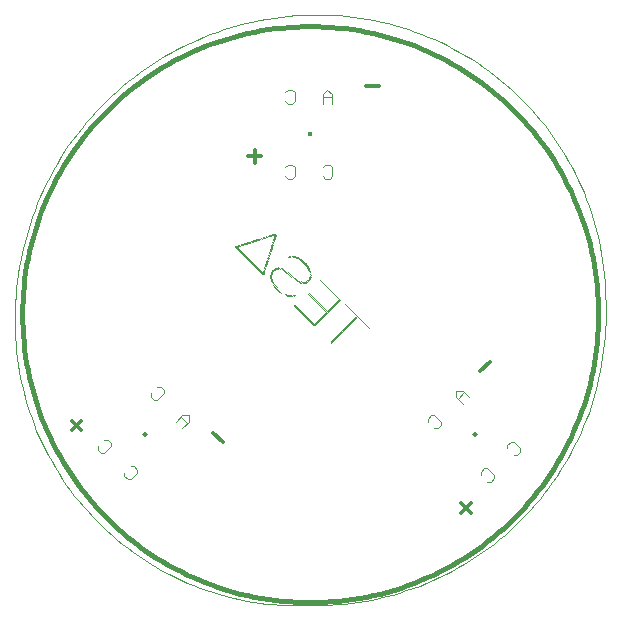
<source format=gbo>
G75*
%MOIN*%
%OFA0B0*%
%FSLAX24Y24*%
%IPPOS*%
%LPD*%
%AMOC8*
5,1,8,0,0,1.08239X$1,22.5*
%
%ADD10C,0.0000*%
%ADD11C,0.0160*%
%ADD12R,0.0290X0.0010*%
%ADD13R,0.0050X0.0010*%
%ADD14R,0.0900X0.0010*%
%ADD15R,0.0410X0.0010*%
%ADD16R,0.1310X0.0010*%
%ADD17R,0.0060X0.0010*%
%ADD18R,0.0950X0.0010*%
%ADD19R,0.0500X0.0010*%
%ADD20R,0.1330X0.0010*%
%ADD21R,0.0070X0.0010*%
%ADD22R,0.0970X0.0010*%
%ADD23R,0.0570X0.0010*%
%ADD24R,0.1350X0.0010*%
%ADD25R,0.0980X0.0010*%
%ADD26R,0.0630X0.0010*%
%ADD27R,0.0330X0.0010*%
%ADD28R,0.0040X0.0010*%
%ADD29R,0.0990X0.0010*%
%ADD30R,0.0250X0.0010*%
%ADD31R,0.0230X0.0010*%
%ADD32R,0.0210X0.0010*%
%ADD33R,0.0200X0.0010*%
%ADD34R,0.0190X0.0010*%
%ADD35R,0.0170X0.0010*%
%ADD36R,0.0080X0.0010*%
%ADD37R,0.0160X0.0010*%
%ADD38R,0.0150X0.0010*%
%ADD39R,0.0140X0.0010*%
%ADD40R,0.0130X0.0010*%
%ADD41R,0.0120X0.0010*%
%ADD42R,0.0110X0.0010*%
%ADD43R,0.0100X0.0010*%
%ADD44R,0.0090X0.0010*%
%ADD45R,0.0020X0.0010*%
%ADD46R,0.0180X0.0010*%
%ADD47R,0.0280X0.0010*%
%ADD48R,0.0940X0.0010*%
%ADD49R,0.0340X0.0010*%
%ADD50R,0.0440X0.0010*%
%ADD51R,0.0530X0.0010*%
%ADD52R,0.0540X0.0010*%
%ADD53R,0.0930X0.0010*%
%ADD54R,0.0450X0.0010*%
%ADD55R,0.0220X0.0010*%
%ADD56R,0.0010X0.0010*%
%ADD57R,0.1150X0.0010*%
%ADD58R,0.1170X0.0010*%
%ADD59R,0.0650X0.0010*%
%ADD60R,0.0610X0.0010*%
%ADD61R,0.1180X0.0010*%
%ADD62R,0.0550X0.0010*%
%ADD63R,0.0480X0.0010*%
%ADD64R,0.0400X0.0010*%
%ADD65C,0.0120*%
%ADD66C,0.0040*%
%ADD67R,0.0157X0.0157*%
%ADD68R,0.0157X0.0157*%
D10*
X009172Y000100D02*
X010109Y000100D01*
X009172Y000100D02*
X008944Y000112D01*
X008716Y000130D01*
X008488Y000153D01*
X008261Y000182D01*
X008035Y000216D01*
X007810Y000255D01*
X007586Y000300D01*
X007363Y000351D01*
X007141Y000407D01*
X006921Y000468D01*
X006702Y000534D01*
X006485Y000606D01*
X006270Y000683D01*
X006056Y000765D01*
X005845Y000852D01*
X005636Y000945D01*
X005429Y001042D01*
X005225Y001144D01*
X005023Y001252D01*
X004823Y001364D01*
X004627Y001480D01*
X004433Y001602D01*
X004243Y001728D01*
X004055Y001859D01*
X003871Y001994D01*
X003690Y002134D01*
X003512Y002278D01*
X003338Y002426D01*
X003168Y002579D01*
X003001Y002735D01*
X002838Y002896D01*
X002679Y003060D01*
X002525Y003228D01*
X002374Y003400D01*
X002227Y003576D01*
X002085Y003755D01*
X001947Y003937D01*
X001814Y004123D01*
X001685Y004312D01*
X001560Y004503D01*
X001441Y004698D01*
X001326Y004896D01*
X001216Y005096D01*
X001110Y005299D01*
X001010Y005505D01*
X000915Y005712D01*
X000824Y005922D01*
X000739Y006135D01*
X000659Y006349D01*
X000584Y006565D01*
X000515Y006783D01*
X000450Y007002D01*
X000391Y007223D01*
X000338Y007445D01*
X000290Y007669D01*
X000247Y007893D01*
X000209Y008119D01*
X000177Y008345D01*
X000151Y008572D01*
X000130Y008800D01*
X000115Y009028D01*
X000105Y009256D01*
X000100Y009485D01*
X000101Y009714D01*
X000108Y009942D01*
X010110Y000100D02*
X010348Y000103D01*
X010585Y000112D01*
X010822Y000127D01*
X011059Y000148D01*
X011295Y000174D01*
X011530Y000206D01*
X011765Y000244D01*
X011998Y000288D01*
X012231Y000337D01*
X012462Y000392D01*
X012692Y000453D01*
X012920Y000519D01*
X013146Y000591D01*
X013371Y000669D01*
X013594Y000752D01*
X013814Y000840D01*
X014033Y000934D01*
X014249Y001033D01*
X014462Y001137D01*
X014673Y001247D01*
X014881Y001361D01*
X015086Y001481D01*
X015288Y001606D01*
X015488Y001735D01*
X015683Y001870D01*
X015876Y002009D01*
X016065Y002153D01*
X016251Y002302D01*
X016432Y002455D01*
X016610Y002612D01*
X016784Y002774D01*
X016954Y002940D01*
X017120Y003110D01*
X017282Y003284D01*
X017440Y003462D01*
X017593Y003644D01*
X017741Y003829D01*
X017885Y004018D01*
X018024Y004211D01*
X018159Y004407D01*
X018288Y004606D01*
X018413Y004808D01*
X018533Y005013D01*
X018647Y005221D01*
X018757Y005432D01*
X018861Y005646D01*
X018960Y005862D01*
X019054Y006080D01*
X019142Y006301D01*
X019225Y006523D01*
X019303Y006748D01*
X019375Y006974D01*
X019441Y007202D01*
X019502Y007432D01*
X019557Y007663D01*
X019606Y007896D01*
X019650Y008129D01*
X019688Y008364D01*
X019720Y008599D01*
X019746Y008835D01*
X019767Y009072D01*
X019782Y009309D01*
X019791Y009547D01*
X019794Y009784D01*
X019793Y009784D02*
X019793Y010184D01*
X019790Y010420D01*
X019781Y010655D01*
X019767Y010890D01*
X019747Y011125D01*
X019721Y011359D01*
X019689Y011593D01*
X019652Y011825D01*
X019609Y012057D01*
X019560Y012288D01*
X019505Y012517D01*
X019445Y012745D01*
X019380Y012971D01*
X019308Y013196D01*
X019232Y013418D01*
X019150Y013639D01*
X019062Y013858D01*
X018969Y014075D01*
X018871Y014289D01*
X018768Y014501D01*
X018659Y014710D01*
X018546Y014916D01*
X018427Y015120D01*
X018303Y015321D01*
X018175Y015518D01*
X018042Y015712D01*
X017904Y015903D01*
X017761Y016091D01*
X017614Y016275D01*
X017462Y016455D01*
X017306Y016632D01*
X017145Y016804D01*
X016981Y016973D01*
X016812Y017137D01*
X016640Y017298D01*
X016463Y017454D01*
X016283Y017606D01*
X016099Y017753D01*
X015911Y017896D01*
X015720Y018034D01*
X015526Y018167D01*
X015329Y018295D01*
X015128Y018419D01*
X014924Y018538D01*
X014718Y018651D01*
X014509Y018760D01*
X014297Y018863D01*
X014083Y018961D01*
X013866Y019054D01*
X013647Y019142D01*
X013426Y019224D01*
X013204Y019300D01*
X012979Y019372D01*
X012753Y019437D01*
X012525Y019497D01*
X012296Y019552D01*
X012065Y019601D01*
X011833Y019644D01*
X011601Y019681D01*
X011367Y019713D01*
X011133Y019739D01*
X010898Y019759D01*
X010663Y019773D01*
X010428Y019782D01*
X010192Y019785D01*
X010191Y019785D02*
X009948Y019782D01*
X009704Y019773D01*
X009461Y019759D01*
X009218Y019738D01*
X008976Y019712D01*
X008734Y019679D01*
X008493Y019641D01*
X008254Y019597D01*
X008015Y019548D01*
X007778Y019492D01*
X007542Y019431D01*
X007307Y019364D01*
X007074Y019292D01*
X006844Y019214D01*
X006615Y019130D01*
X006388Y019041D01*
X006163Y018946D01*
X005941Y018846D01*
X005721Y018741D01*
X005504Y018630D01*
X005289Y018514D01*
X005078Y018393D01*
X004869Y018267D01*
X004664Y018136D01*
X004461Y018000D01*
X004262Y017859D01*
X004067Y017713D01*
X003875Y017563D01*
X003687Y017408D01*
X003503Y017249D01*
X003322Y017085D01*
X003146Y016917D01*
X002973Y016745D01*
X002805Y016568D01*
X002641Y016388D01*
X002482Y016203D01*
X002327Y016015D01*
X002177Y015823D01*
X002031Y015628D01*
X001890Y015429D01*
X001754Y015226D01*
X001623Y015021D01*
X001497Y014812D01*
X001376Y014601D01*
X001260Y014386D01*
X001149Y014169D01*
X001044Y013949D01*
X000944Y013727D01*
X000849Y013502D01*
X000760Y013276D01*
X000676Y013047D01*
X000598Y012816D01*
X000526Y012583D01*
X000459Y012349D01*
X000398Y012113D01*
X000342Y011875D01*
X000293Y011637D01*
X000249Y011397D01*
X000211Y011156D01*
X000178Y010914D01*
X000152Y010672D01*
X000131Y010429D01*
X000117Y010186D01*
X000108Y009942D01*
D11*
X000347Y009801D02*
X000350Y010037D01*
X000359Y010272D01*
X000373Y010507D01*
X000393Y010742D01*
X000419Y010976D01*
X000451Y011210D01*
X000488Y011442D01*
X000531Y011674D01*
X000580Y011904D01*
X000635Y012134D01*
X000695Y012361D01*
X000760Y012588D01*
X000832Y012812D01*
X000908Y013035D01*
X000990Y013256D01*
X001078Y013475D01*
X001171Y013691D01*
X001269Y013906D01*
X001372Y014117D01*
X001481Y014326D01*
X001594Y014533D01*
X001713Y014736D01*
X001836Y014937D01*
X001965Y015134D01*
X002098Y015329D01*
X002236Y015520D01*
X002379Y015707D01*
X002526Y015891D01*
X002678Y016071D01*
X002834Y016248D01*
X002994Y016421D01*
X003159Y016589D01*
X003327Y016754D01*
X003500Y016914D01*
X003677Y017070D01*
X003857Y017222D01*
X004041Y017369D01*
X004228Y017512D01*
X004419Y017650D01*
X004614Y017783D01*
X004811Y017912D01*
X005012Y018035D01*
X005215Y018154D01*
X005422Y018267D01*
X005631Y018376D01*
X005842Y018479D01*
X006057Y018577D01*
X006273Y018670D01*
X006492Y018758D01*
X006713Y018840D01*
X006936Y018916D01*
X007160Y018988D01*
X007387Y019053D01*
X007614Y019113D01*
X007844Y019168D01*
X008074Y019217D01*
X008306Y019260D01*
X008538Y019297D01*
X008772Y019329D01*
X009006Y019355D01*
X009241Y019375D01*
X009476Y019389D01*
X009711Y019398D01*
X009947Y019401D01*
X010183Y019398D01*
X010418Y019389D01*
X010653Y019375D01*
X010888Y019355D01*
X011122Y019329D01*
X011356Y019297D01*
X011588Y019260D01*
X011820Y019217D01*
X012050Y019168D01*
X012280Y019113D01*
X012507Y019053D01*
X012734Y018988D01*
X012958Y018916D01*
X013181Y018840D01*
X013402Y018758D01*
X013621Y018670D01*
X013837Y018577D01*
X014052Y018479D01*
X014263Y018376D01*
X014472Y018267D01*
X014679Y018154D01*
X014882Y018035D01*
X015083Y017912D01*
X015280Y017783D01*
X015475Y017650D01*
X015666Y017512D01*
X015853Y017369D01*
X016037Y017222D01*
X016217Y017070D01*
X016394Y016914D01*
X016567Y016754D01*
X016735Y016589D01*
X016900Y016421D01*
X017060Y016248D01*
X017216Y016071D01*
X017368Y015891D01*
X017515Y015707D01*
X017658Y015520D01*
X017796Y015329D01*
X017929Y015134D01*
X018058Y014937D01*
X018181Y014736D01*
X018300Y014533D01*
X018413Y014326D01*
X018522Y014117D01*
X018625Y013906D01*
X018723Y013691D01*
X018816Y013475D01*
X018904Y013256D01*
X018986Y013035D01*
X019062Y012812D01*
X019134Y012588D01*
X019199Y012361D01*
X019259Y012134D01*
X019314Y011904D01*
X019363Y011674D01*
X019406Y011442D01*
X019443Y011210D01*
X019475Y010976D01*
X019501Y010742D01*
X019521Y010507D01*
X019535Y010272D01*
X019544Y010037D01*
X019547Y009801D01*
X019544Y009565D01*
X019535Y009330D01*
X019521Y009095D01*
X019501Y008860D01*
X019475Y008626D01*
X019443Y008392D01*
X019406Y008160D01*
X019363Y007928D01*
X019314Y007698D01*
X019259Y007468D01*
X019199Y007241D01*
X019134Y007014D01*
X019062Y006790D01*
X018986Y006567D01*
X018904Y006346D01*
X018816Y006127D01*
X018723Y005911D01*
X018625Y005696D01*
X018522Y005485D01*
X018413Y005276D01*
X018300Y005069D01*
X018181Y004866D01*
X018058Y004665D01*
X017929Y004468D01*
X017796Y004273D01*
X017658Y004082D01*
X017515Y003895D01*
X017368Y003711D01*
X017216Y003531D01*
X017060Y003354D01*
X016900Y003181D01*
X016735Y003013D01*
X016567Y002848D01*
X016394Y002688D01*
X016217Y002532D01*
X016037Y002380D01*
X015853Y002233D01*
X015666Y002090D01*
X015475Y001952D01*
X015280Y001819D01*
X015083Y001690D01*
X014882Y001567D01*
X014679Y001448D01*
X014472Y001335D01*
X014263Y001226D01*
X014052Y001123D01*
X013837Y001025D01*
X013621Y000932D01*
X013402Y000844D01*
X013181Y000762D01*
X012958Y000686D01*
X012734Y000614D01*
X012507Y000549D01*
X012280Y000489D01*
X012050Y000434D01*
X011820Y000385D01*
X011588Y000342D01*
X011356Y000305D01*
X011122Y000273D01*
X010888Y000247D01*
X010653Y000227D01*
X010418Y000213D01*
X010183Y000204D01*
X009947Y000201D01*
X009711Y000204D01*
X009476Y000213D01*
X009241Y000227D01*
X009006Y000247D01*
X008772Y000273D01*
X008538Y000305D01*
X008306Y000342D01*
X008074Y000385D01*
X007844Y000434D01*
X007614Y000489D01*
X007387Y000549D01*
X007160Y000614D01*
X006936Y000686D01*
X006713Y000762D01*
X006492Y000844D01*
X006273Y000932D01*
X006057Y001025D01*
X005842Y001123D01*
X005631Y001226D01*
X005422Y001335D01*
X005215Y001448D01*
X005012Y001567D01*
X004811Y001690D01*
X004614Y001819D01*
X004419Y001952D01*
X004228Y002090D01*
X004041Y002233D01*
X003857Y002380D01*
X003677Y002532D01*
X003500Y002688D01*
X003327Y002848D01*
X003159Y003013D01*
X002994Y003181D01*
X002834Y003354D01*
X002678Y003531D01*
X002526Y003711D01*
X002379Y003895D01*
X002236Y004082D01*
X002098Y004273D01*
X001965Y004468D01*
X001836Y004665D01*
X001713Y004866D01*
X001594Y005069D01*
X001481Y005276D01*
X001372Y005485D01*
X001269Y005696D01*
X001171Y005911D01*
X001078Y006127D01*
X000990Y006346D01*
X000908Y006567D01*
X000832Y006790D01*
X000760Y007014D01*
X000695Y007241D01*
X000635Y007468D01*
X000580Y007698D01*
X000531Y007928D01*
X000488Y008160D01*
X000451Y008392D01*
X000419Y008626D01*
X000393Y008860D01*
X000373Y009095D01*
X000359Y009330D01*
X000350Y009565D01*
X000347Y009801D01*
D12*
G36*
X008662Y010892D02*
X008866Y010688D01*
X008858Y010680D01*
X008654Y010884D01*
X008662Y010892D01*
G37*
G36*
X008761Y010722D02*
X008965Y010518D01*
X008957Y010510D01*
X008753Y010714D01*
X008761Y010722D01*
G37*
G36*
X009680Y011627D02*
X009884Y011423D01*
X009876Y011415D01*
X009672Y011619D01*
X009680Y011627D01*
G37*
D13*
G36*
X009205Y011705D02*
X009240Y011670D01*
X009233Y011663D01*
X009198Y011698D01*
X009205Y011705D01*
G37*
G36*
X009453Y010468D02*
X009488Y010433D01*
X009481Y010426D01*
X009446Y010461D01*
X009453Y010468D01*
G37*
G36*
X010662Y008820D02*
X010627Y008855D01*
X010634Y008862D01*
X010669Y008827D01*
X010662Y008820D01*
G37*
D14*
G36*
X009425Y010071D02*
X010060Y009436D01*
X010053Y009429D01*
X009418Y010064D01*
X009425Y010071D01*
G37*
D15*
G36*
X008725Y010771D02*
X009014Y010482D01*
X009007Y010475D01*
X008718Y010764D01*
X008725Y010771D01*
G37*
D16*
G36*
X007459Y012037D02*
X008384Y011112D01*
X008377Y011105D01*
X007452Y012030D01*
X007459Y012037D01*
G37*
D17*
G36*
X008810Y012511D02*
X008851Y012470D01*
X008844Y012463D01*
X008803Y012504D01*
X008810Y012511D01*
G37*
G36*
X009220Y011719D02*
X009261Y011678D01*
X009254Y011671D01*
X009213Y011712D01*
X009220Y011719D01*
G37*
G36*
X009213Y011711D02*
X009254Y011670D01*
X009247Y011663D01*
X009206Y011704D01*
X009213Y011711D01*
G37*
G36*
X008746Y011301D02*
X008787Y011260D01*
X008780Y011253D01*
X008739Y011294D01*
X008746Y011301D01*
G37*
G36*
X009439Y010467D02*
X009480Y010426D01*
X009473Y010419D01*
X009432Y010460D01*
X009439Y010467D01*
G37*
G36*
X010910Y010297D02*
X010951Y010256D01*
X010944Y010249D01*
X010903Y010290D01*
X010910Y010297D01*
G37*
G36*
X010634Y008876D02*
X010675Y008835D01*
X010668Y008828D01*
X010627Y008869D01*
X010634Y008876D01*
G37*
D18*
G36*
X009418Y010093D02*
X010089Y009422D01*
X010082Y009415D01*
X009411Y010086D01*
X009418Y010093D01*
G37*
G36*
X009870Y010503D02*
X010541Y009832D01*
X010534Y009825D01*
X009863Y010496D01*
X009870Y010503D01*
G37*
G36*
X009877Y010510D02*
X010548Y009839D01*
X010541Y009832D01*
X009870Y010503D01*
X009877Y010510D01*
G37*
G36*
X009884Y010517D02*
X010555Y009846D01*
X010548Y009839D01*
X009877Y010510D01*
X009884Y010517D01*
G37*
G36*
X010309Y010984D02*
X010980Y010313D01*
X010973Y010306D01*
X010302Y010977D01*
X010309Y010984D01*
G37*
D19*
G36*
X009205Y011224D02*
X009558Y010871D01*
X009551Y010864D01*
X009198Y011217D01*
X009205Y011224D01*
G37*
G36*
X009078Y011309D02*
X009431Y010956D01*
X009424Y010949D01*
X009071Y011302D01*
X009078Y011309D01*
G37*
G36*
X008703Y010807D02*
X009056Y010454D01*
X009049Y010447D01*
X008696Y010800D01*
X008703Y010807D01*
G37*
D20*
G36*
X007459Y012051D02*
X008398Y011112D01*
X008391Y011105D01*
X007452Y012044D01*
X007459Y012051D01*
G37*
G36*
X007488Y012079D02*
X008427Y011140D01*
X008420Y011133D01*
X007481Y012072D01*
X007488Y012079D01*
G37*
G36*
X007495Y012086D02*
X008434Y011147D01*
X008427Y011140D01*
X007488Y012079D01*
X007495Y012086D01*
G37*
D21*
G36*
X007777Y012172D02*
X007826Y012123D01*
X007819Y012116D01*
X007770Y012165D01*
X007777Y012172D01*
G37*
G36*
X008215Y012313D02*
X008264Y012264D01*
X008257Y012257D01*
X008208Y012306D01*
X008215Y012313D01*
G37*
G36*
X008739Y012327D02*
X008788Y012278D01*
X008781Y012271D01*
X008732Y012320D01*
X008739Y012327D01*
G37*
G36*
X008802Y012504D02*
X008851Y012455D01*
X008844Y012448D01*
X008795Y012497D01*
X008802Y012504D01*
G37*
G36*
X009234Y011733D02*
X009283Y011684D01*
X009276Y011677D01*
X009227Y011726D01*
X009234Y011733D01*
G37*
G36*
X009227Y011726D02*
X009276Y011677D01*
X009269Y011670D01*
X009220Y011719D01*
X009227Y011726D01*
G37*
G36*
X009248Y011733D02*
X009297Y011684D01*
X009290Y011677D01*
X009241Y011726D01*
X009248Y011733D01*
G37*
G36*
X009255Y011740D02*
X009304Y011691D01*
X009297Y011684D01*
X009248Y011733D01*
X009255Y011740D01*
G37*
G36*
X009276Y011747D02*
X009325Y011698D01*
X009318Y011691D01*
X009269Y011740D01*
X009276Y011747D01*
G37*
G36*
X009290Y011747D02*
X009339Y011698D01*
X009332Y011691D01*
X009283Y011740D01*
X009290Y011747D01*
G37*
G36*
X009764Y011556D02*
X009813Y011507D01*
X009806Y011500D01*
X009757Y011549D01*
X009764Y011556D01*
G37*
G36*
X009912Y010998D02*
X009961Y010949D01*
X009954Y010942D01*
X009905Y010991D01*
X009912Y010998D01*
G37*
G36*
X009905Y010991D02*
X009954Y010942D01*
X009947Y010935D01*
X009898Y010984D01*
X009905Y010991D01*
G37*
G36*
X009898Y010969D02*
X009947Y010920D01*
X009940Y010913D01*
X009891Y010962D01*
X009898Y010969D01*
G37*
G36*
X009891Y010962D02*
X009940Y010913D01*
X009933Y010906D01*
X009884Y010955D01*
X009891Y010962D01*
G37*
G36*
X009884Y010955D02*
X009933Y010906D01*
X009926Y010899D01*
X009877Y010948D01*
X009884Y010955D01*
G37*
G36*
X009877Y010948D02*
X009926Y010899D01*
X009919Y010892D01*
X009870Y010941D01*
X009877Y010948D01*
G37*
G36*
X009870Y010941D02*
X009919Y010892D01*
X009912Y010885D01*
X009863Y010934D01*
X009870Y010941D01*
G37*
G36*
X009863Y010934D02*
X009912Y010885D01*
X009905Y010878D01*
X009856Y010927D01*
X009863Y010934D01*
G37*
G36*
X009856Y010927D02*
X009905Y010878D01*
X009898Y010871D01*
X009849Y010920D01*
X009856Y010927D01*
G37*
G36*
X009835Y010920D02*
X009884Y010871D01*
X009877Y010864D01*
X009828Y010913D01*
X009835Y010920D01*
G37*
G36*
X009828Y010913D02*
X009877Y010864D01*
X009870Y010857D01*
X009821Y010906D01*
X009828Y010913D01*
G37*
G36*
X009821Y010906D02*
X009870Y010857D01*
X009863Y010850D01*
X009814Y010899D01*
X009821Y010906D01*
G37*
G36*
X009813Y010899D02*
X009862Y010850D01*
X009855Y010843D01*
X009806Y010892D01*
X009813Y010899D01*
G37*
G36*
X009792Y010892D02*
X009841Y010843D01*
X009834Y010836D01*
X009785Y010885D01*
X009792Y010892D01*
G37*
G36*
X009849Y010920D02*
X009898Y010871D01*
X009891Y010864D01*
X009842Y010913D01*
X009849Y010920D01*
G37*
G36*
X009432Y010460D02*
X009481Y010411D01*
X009474Y010404D01*
X009425Y010453D01*
X009432Y010460D01*
G37*
G36*
X009417Y010460D02*
X009466Y010411D01*
X009459Y010404D01*
X009410Y010453D01*
X009417Y010460D01*
G37*
G36*
X009410Y010453D02*
X009459Y010404D01*
X009452Y010397D01*
X009403Y010446D01*
X009410Y010453D01*
G37*
G36*
X009389Y010446D02*
X009438Y010397D01*
X009431Y010390D01*
X009382Y010439D01*
X009389Y010446D01*
G37*
G36*
X009403Y010446D02*
X009452Y010397D01*
X009445Y010390D01*
X009396Y010439D01*
X009403Y010446D01*
G37*
G36*
X008647Y011175D02*
X008696Y011126D01*
X008689Y011119D01*
X008640Y011168D01*
X008647Y011175D01*
G37*
G36*
X008654Y011196D02*
X008703Y011147D01*
X008696Y011140D01*
X008647Y011189D01*
X008654Y011196D01*
G37*
G36*
X008668Y011224D02*
X008717Y011175D01*
X008710Y011168D01*
X008661Y011217D01*
X008668Y011224D01*
G37*
G36*
X008675Y011231D02*
X008724Y011182D01*
X008717Y011175D01*
X008668Y011224D01*
X008675Y011231D01*
G37*
G36*
X008682Y011252D02*
X008731Y011203D01*
X008724Y011196D01*
X008675Y011245D01*
X008682Y011252D01*
G37*
G36*
X008689Y011259D02*
X008738Y011210D01*
X008731Y011203D01*
X008682Y011252D01*
X008689Y011259D01*
G37*
G36*
X008696Y011266D02*
X008745Y011217D01*
X008738Y011210D01*
X008689Y011259D01*
X008696Y011266D01*
G37*
G36*
X008703Y011274D02*
X008752Y011225D01*
X008745Y011218D01*
X008696Y011267D01*
X008703Y011274D01*
G37*
G36*
X008710Y011281D02*
X008759Y011232D01*
X008752Y011225D01*
X008703Y011274D01*
X008710Y011281D01*
G37*
G36*
X008717Y011288D02*
X008766Y011239D01*
X008759Y011232D01*
X008710Y011281D01*
X008717Y011288D01*
G37*
G36*
X008725Y011295D02*
X008774Y011246D01*
X008767Y011239D01*
X008718Y011288D01*
X008725Y011295D01*
G37*
G36*
X008732Y011302D02*
X008781Y011253D01*
X008774Y011246D01*
X008725Y011295D01*
X008732Y011302D01*
G37*
G36*
X008760Y011316D02*
X008809Y011267D01*
X008802Y011260D01*
X008753Y011309D01*
X008760Y011316D01*
G37*
G36*
X008767Y011323D02*
X008816Y011274D01*
X008809Y011267D01*
X008760Y011316D01*
X008767Y011323D01*
G37*
G36*
X008774Y011330D02*
X008823Y011281D01*
X008816Y011274D01*
X008767Y011323D01*
X008774Y011330D01*
G37*
G36*
X008795Y011337D02*
X008844Y011288D01*
X008837Y011281D01*
X008788Y011330D01*
X008795Y011337D01*
G37*
G36*
X008682Y011238D02*
X008731Y011189D01*
X008724Y011182D01*
X008675Y011231D01*
X008682Y011238D01*
G37*
G36*
X008661Y011203D02*
X008710Y011154D01*
X008703Y011147D01*
X008654Y011196D01*
X008661Y011203D01*
G37*
G36*
X010245Y009633D02*
X010294Y009584D01*
X010287Y009577D01*
X010238Y009626D01*
X010245Y009633D01*
G37*
G36*
X010252Y009640D02*
X010301Y009591D01*
X010294Y009584D01*
X010245Y009633D01*
X010252Y009640D01*
G37*
G36*
X010259Y009647D02*
X010308Y009598D01*
X010301Y009591D01*
X010252Y009640D01*
X010259Y009647D01*
G37*
G36*
X010266Y009654D02*
X010315Y009605D01*
X010308Y009598D01*
X010259Y009647D01*
X010266Y009654D01*
G37*
G36*
X010273Y009661D02*
X010322Y009612D01*
X010315Y009605D01*
X010266Y009654D01*
X010273Y009661D01*
G37*
G36*
X010280Y009668D02*
X010329Y009619D01*
X010322Y009612D01*
X010273Y009661D01*
X010280Y009668D01*
G37*
G36*
X010287Y009675D02*
X010336Y009626D01*
X010329Y009619D01*
X010280Y009668D01*
X010287Y009675D01*
G37*
G36*
X010294Y009683D02*
X010343Y009634D01*
X010336Y009627D01*
X010287Y009676D01*
X010294Y009683D01*
G37*
G36*
X010301Y009690D02*
X010350Y009641D01*
X010343Y009634D01*
X010294Y009683D01*
X010301Y009690D01*
G37*
G36*
X010308Y009697D02*
X010357Y009648D01*
X010350Y009641D01*
X010301Y009690D01*
X010308Y009697D01*
G37*
G36*
X010316Y009704D02*
X010365Y009655D01*
X010358Y009648D01*
X010309Y009697D01*
X010316Y009704D01*
G37*
G36*
X010323Y009711D02*
X010372Y009662D01*
X010365Y009655D01*
X010316Y009704D01*
X010323Y009711D01*
G37*
G36*
X010330Y009718D02*
X010379Y009669D01*
X010372Y009662D01*
X010323Y009711D01*
X010330Y009718D01*
G37*
G36*
X010337Y009725D02*
X010386Y009676D01*
X010379Y009669D01*
X010330Y009718D01*
X010337Y009725D01*
G37*
G36*
X010344Y009732D02*
X010393Y009683D01*
X010386Y009676D01*
X010337Y009725D01*
X010344Y009732D01*
G37*
G36*
X010351Y009739D02*
X010400Y009690D01*
X010393Y009683D01*
X010344Y009732D01*
X010351Y009739D01*
G37*
G36*
X010358Y009746D02*
X010407Y009697D01*
X010400Y009690D01*
X010351Y009739D01*
X010358Y009746D01*
G37*
G36*
X010365Y009753D02*
X010414Y009704D01*
X010407Y009697D01*
X010358Y009746D01*
X010365Y009753D01*
G37*
G36*
X010372Y009760D02*
X010421Y009711D01*
X010414Y009704D01*
X010365Y009753D01*
X010372Y009760D01*
G37*
G36*
X010379Y009767D02*
X010428Y009718D01*
X010421Y009711D01*
X010372Y009760D01*
X010379Y009767D01*
G37*
G36*
X010386Y009774D02*
X010435Y009725D01*
X010428Y009718D01*
X010379Y009767D01*
X010386Y009774D01*
G37*
G36*
X010393Y009782D02*
X010442Y009733D01*
X010435Y009726D01*
X010386Y009775D01*
X010393Y009782D01*
G37*
G36*
X010400Y009789D02*
X010449Y009740D01*
X010442Y009733D01*
X010393Y009782D01*
X010400Y009789D01*
G37*
G36*
X010407Y009796D02*
X010456Y009747D01*
X010449Y009740D01*
X010400Y009789D01*
X010407Y009796D01*
G37*
G36*
X010415Y009803D02*
X010464Y009754D01*
X010457Y009747D01*
X010408Y009796D01*
X010415Y009803D01*
G37*
G36*
X010422Y009810D02*
X010471Y009761D01*
X010464Y009754D01*
X010415Y009803D01*
X010422Y009810D01*
G37*
G36*
X010429Y009817D02*
X010478Y009768D01*
X010471Y009761D01*
X010422Y009810D01*
X010429Y009817D01*
G37*
G36*
X010436Y009824D02*
X010485Y009775D01*
X010478Y009768D01*
X010429Y009817D01*
X010436Y009824D01*
G37*
G36*
X010443Y009831D02*
X010492Y009782D01*
X010485Y009775D01*
X010436Y009824D01*
X010443Y009831D01*
G37*
G36*
X010450Y009838D02*
X010499Y009789D01*
X010492Y009782D01*
X010443Y009831D01*
X010450Y009838D01*
G37*
G36*
X010457Y009845D02*
X010506Y009796D01*
X010499Y009789D01*
X010450Y009838D01*
X010457Y009845D01*
G37*
G36*
X010464Y009852D02*
X010513Y009803D01*
X010506Y009796D01*
X010457Y009845D01*
X010464Y009852D01*
G37*
G36*
X010471Y009859D02*
X010520Y009810D01*
X010513Y009803D01*
X010464Y009852D01*
X010471Y009859D01*
G37*
G36*
X010478Y009866D02*
X010527Y009817D01*
X010520Y009810D01*
X010471Y009859D01*
X010478Y009866D01*
G37*
G36*
X010528Y009916D02*
X010577Y009867D01*
X010570Y009860D01*
X010521Y009909D01*
X010528Y009916D01*
G37*
G36*
X010535Y009923D02*
X010584Y009874D01*
X010577Y009867D01*
X010528Y009916D01*
X010535Y009923D01*
G37*
G36*
X010542Y009930D02*
X010591Y009881D01*
X010584Y009874D01*
X010535Y009923D01*
X010542Y009930D01*
G37*
G36*
X010549Y009937D02*
X010598Y009888D01*
X010591Y009881D01*
X010542Y009930D01*
X010549Y009937D01*
G37*
G36*
X010556Y009944D02*
X010605Y009895D01*
X010598Y009888D01*
X010549Y009937D01*
X010556Y009944D01*
G37*
G36*
X010563Y009951D02*
X010612Y009902D01*
X010605Y009895D01*
X010556Y009944D01*
X010563Y009951D01*
G37*
G36*
X010570Y009958D02*
X010619Y009909D01*
X010612Y009902D01*
X010563Y009951D01*
X010570Y009958D01*
G37*
G36*
X010577Y009965D02*
X010626Y009916D01*
X010619Y009909D01*
X010570Y009958D01*
X010577Y009965D01*
G37*
G36*
X010584Y009972D02*
X010633Y009923D01*
X010626Y009916D01*
X010577Y009965D01*
X010584Y009972D01*
G37*
G36*
X010591Y009980D02*
X010640Y009931D01*
X010633Y009924D01*
X010584Y009973D01*
X010591Y009980D01*
G37*
G36*
X010598Y009987D02*
X010647Y009938D01*
X010640Y009931D01*
X010591Y009980D01*
X010598Y009987D01*
G37*
G36*
X010605Y009994D02*
X010654Y009945D01*
X010647Y009938D01*
X010598Y009987D01*
X010605Y009994D01*
G37*
G36*
X010612Y010001D02*
X010661Y009952D01*
X010654Y009945D01*
X010605Y009994D01*
X010612Y010001D01*
G37*
G36*
X010620Y010008D02*
X010669Y009959D01*
X010662Y009952D01*
X010613Y010001D01*
X010620Y010008D01*
G37*
G36*
X010627Y010015D02*
X010676Y009966D01*
X010669Y009959D01*
X010620Y010008D01*
X010627Y010015D01*
G37*
G36*
X010634Y010022D02*
X010683Y009973D01*
X010676Y009966D01*
X010627Y010015D01*
X010634Y010022D01*
G37*
G36*
X010641Y010029D02*
X010690Y009980D01*
X010683Y009973D01*
X010634Y010022D01*
X010641Y010029D01*
G37*
G36*
X010648Y010036D02*
X010697Y009987D01*
X010690Y009980D01*
X010641Y010029D01*
X010648Y010036D01*
G37*
G36*
X010655Y010043D02*
X010704Y009994D01*
X010697Y009987D01*
X010648Y010036D01*
X010655Y010043D01*
G37*
G36*
X010662Y010050D02*
X010711Y010001D01*
X010704Y009994D01*
X010655Y010043D01*
X010662Y010050D01*
G37*
G36*
X010669Y010057D02*
X010718Y010008D01*
X010711Y010001D01*
X010662Y010050D01*
X010669Y010057D01*
G37*
G36*
X010676Y010064D02*
X010725Y010015D01*
X010718Y010008D01*
X010669Y010057D01*
X010676Y010064D01*
G37*
G36*
X010683Y010071D02*
X010732Y010022D01*
X010725Y010015D01*
X010676Y010064D01*
X010683Y010071D01*
G37*
G36*
X010690Y010079D02*
X010739Y010030D01*
X010732Y010023D01*
X010683Y010072D01*
X010690Y010079D01*
G37*
G36*
X010697Y010086D02*
X010746Y010037D01*
X010739Y010030D01*
X010690Y010079D01*
X010697Y010086D01*
G37*
G36*
X010704Y010093D02*
X010753Y010044D01*
X010746Y010037D01*
X010697Y010086D01*
X010704Y010093D01*
G37*
G36*
X010711Y010100D02*
X010760Y010051D01*
X010753Y010044D01*
X010704Y010093D01*
X010711Y010100D01*
G37*
G36*
X010719Y010107D02*
X010768Y010058D01*
X010761Y010051D01*
X010712Y010100D01*
X010719Y010107D01*
G37*
G36*
X010726Y010114D02*
X010775Y010065D01*
X010768Y010058D01*
X010719Y010107D01*
X010726Y010114D01*
G37*
G36*
X010733Y010121D02*
X010782Y010072D01*
X010775Y010065D01*
X010726Y010114D01*
X010733Y010121D01*
G37*
G36*
X010740Y010128D02*
X010789Y010079D01*
X010782Y010072D01*
X010733Y010121D01*
X010740Y010128D01*
G37*
G36*
X010747Y010135D02*
X010796Y010086D01*
X010789Y010079D01*
X010740Y010128D01*
X010747Y010135D01*
G37*
G36*
X010754Y010142D02*
X010803Y010093D01*
X010796Y010086D01*
X010747Y010135D01*
X010754Y010142D01*
G37*
G36*
X010761Y010149D02*
X010810Y010100D01*
X010803Y010093D01*
X010754Y010142D01*
X010761Y010149D01*
G37*
G36*
X010768Y010156D02*
X010817Y010107D01*
X010810Y010100D01*
X010761Y010149D01*
X010768Y010156D01*
G37*
G36*
X010775Y010163D02*
X010824Y010114D01*
X010817Y010107D01*
X010768Y010156D01*
X010775Y010163D01*
G37*
G36*
X010782Y010170D02*
X010831Y010121D01*
X010824Y010114D01*
X010775Y010163D01*
X010782Y010170D01*
G37*
G36*
X010789Y010178D02*
X010838Y010129D01*
X010831Y010122D01*
X010782Y010171D01*
X010789Y010178D01*
G37*
G36*
X010796Y010185D02*
X010845Y010136D01*
X010838Y010129D01*
X010789Y010178D01*
X010796Y010185D01*
G37*
G36*
X010803Y010192D02*
X010852Y010143D01*
X010845Y010136D01*
X010796Y010185D01*
X010803Y010192D01*
G37*
G36*
X010810Y010199D02*
X010859Y010150D01*
X010852Y010143D01*
X010803Y010192D01*
X010810Y010199D01*
G37*
G36*
X010818Y010206D02*
X010867Y010157D01*
X010860Y010150D01*
X010811Y010199D01*
X010818Y010206D01*
G37*
G36*
X010825Y010213D02*
X010874Y010164D01*
X010867Y010157D01*
X010818Y010206D01*
X010825Y010213D01*
G37*
G36*
X010832Y010220D02*
X010881Y010171D01*
X010874Y010164D01*
X010825Y010213D01*
X010832Y010220D01*
G37*
G36*
X010839Y010227D02*
X010888Y010178D01*
X010881Y010171D01*
X010832Y010220D01*
X010839Y010227D01*
G37*
G36*
X010846Y010234D02*
X010895Y010185D01*
X010888Y010178D01*
X010839Y010227D01*
X010846Y010234D01*
G37*
G36*
X010853Y010241D02*
X010902Y010192D01*
X010895Y010185D01*
X010846Y010234D01*
X010853Y010241D01*
G37*
G36*
X010860Y010248D02*
X010909Y010199D01*
X010902Y010192D01*
X010853Y010241D01*
X010860Y010248D01*
G37*
G36*
X010867Y010255D02*
X010916Y010206D01*
X010909Y010199D01*
X010860Y010248D01*
X010867Y010255D01*
G37*
G36*
X010874Y010262D02*
X010923Y010213D01*
X010916Y010206D01*
X010867Y010255D01*
X010874Y010262D01*
G37*
G36*
X010881Y010269D02*
X010930Y010220D01*
X010923Y010213D01*
X010874Y010262D01*
X010881Y010269D01*
G37*
G36*
X010888Y010277D02*
X010937Y010228D01*
X010930Y010221D01*
X010881Y010270D01*
X010888Y010277D01*
G37*
G36*
X010895Y010284D02*
X010944Y010235D01*
X010937Y010228D01*
X010888Y010277D01*
X010895Y010284D01*
G37*
G36*
X010902Y010291D02*
X010951Y010242D01*
X010944Y010235D01*
X010895Y010284D01*
X010902Y010291D01*
G37*
G36*
X011482Y009725D02*
X011531Y009676D01*
X011524Y009669D01*
X011475Y009718D01*
X011482Y009725D01*
G37*
G36*
X011475Y009718D02*
X011524Y009669D01*
X011517Y009662D01*
X011468Y009711D01*
X011475Y009718D01*
G37*
G36*
X011468Y009711D02*
X011517Y009662D01*
X011510Y009655D01*
X011461Y009704D01*
X011468Y009711D01*
G37*
G36*
X011461Y009704D02*
X011510Y009655D01*
X011503Y009648D01*
X011454Y009697D01*
X011461Y009704D01*
G37*
G36*
X011454Y009697D02*
X011503Y009648D01*
X011496Y009641D01*
X011447Y009690D01*
X011454Y009697D01*
G37*
G36*
X011447Y009690D02*
X011496Y009641D01*
X011489Y009634D01*
X011440Y009683D01*
X011447Y009690D01*
G37*
G36*
X011440Y009683D02*
X011489Y009634D01*
X011482Y009627D01*
X011433Y009676D01*
X011440Y009683D01*
G37*
G36*
X011433Y009675D02*
X011482Y009626D01*
X011475Y009619D01*
X011426Y009668D01*
X011433Y009675D01*
G37*
G36*
X011426Y009668D02*
X011475Y009619D01*
X011468Y009612D01*
X011419Y009661D01*
X011426Y009668D01*
G37*
G36*
X011419Y009661D02*
X011468Y009612D01*
X011461Y009605D01*
X011412Y009654D01*
X011419Y009661D01*
G37*
G36*
X011412Y009654D02*
X011461Y009605D01*
X011454Y009598D01*
X011405Y009647D01*
X011412Y009654D01*
G37*
G36*
X011404Y009647D02*
X011453Y009598D01*
X011446Y009591D01*
X011397Y009640D01*
X011404Y009647D01*
G37*
G36*
X011397Y009640D02*
X011446Y009591D01*
X011439Y009584D01*
X011390Y009633D01*
X011397Y009640D01*
G37*
G36*
X011390Y009633D02*
X011439Y009584D01*
X011432Y009577D01*
X011383Y009626D01*
X011390Y009633D01*
G37*
G36*
X011383Y009626D02*
X011432Y009577D01*
X011425Y009570D01*
X011376Y009619D01*
X011383Y009626D01*
G37*
G36*
X011376Y009619D02*
X011425Y009570D01*
X011418Y009563D01*
X011369Y009612D01*
X011376Y009619D01*
G37*
G36*
X011369Y009612D02*
X011418Y009563D01*
X011411Y009556D01*
X011362Y009605D01*
X011369Y009612D01*
G37*
G36*
X011362Y009605D02*
X011411Y009556D01*
X011404Y009549D01*
X011355Y009598D01*
X011362Y009605D01*
G37*
G36*
X011355Y009598D02*
X011404Y009549D01*
X011397Y009542D01*
X011348Y009591D01*
X011355Y009598D01*
G37*
G36*
X011348Y009591D02*
X011397Y009542D01*
X011390Y009535D01*
X011341Y009584D01*
X011348Y009591D01*
G37*
G36*
X011341Y009584D02*
X011390Y009535D01*
X011383Y009528D01*
X011334Y009577D01*
X011341Y009584D01*
G37*
G36*
X011334Y009576D02*
X011383Y009527D01*
X011376Y009520D01*
X011327Y009569D01*
X011334Y009576D01*
G37*
G36*
X011327Y009569D02*
X011376Y009520D01*
X011369Y009513D01*
X011320Y009562D01*
X011327Y009569D01*
G37*
G36*
X011320Y009562D02*
X011369Y009513D01*
X011362Y009506D01*
X011313Y009555D01*
X011320Y009562D01*
G37*
G36*
X011313Y009555D02*
X011362Y009506D01*
X011355Y009499D01*
X011306Y009548D01*
X011313Y009555D01*
G37*
G36*
X011305Y009548D02*
X011354Y009499D01*
X011347Y009492D01*
X011298Y009541D01*
X011305Y009548D01*
G37*
G36*
X011298Y009541D02*
X011347Y009492D01*
X011340Y009485D01*
X011291Y009534D01*
X011298Y009541D01*
G37*
G36*
X011291Y009534D02*
X011340Y009485D01*
X011333Y009478D01*
X011284Y009527D01*
X011291Y009534D01*
G37*
G36*
X011284Y009527D02*
X011333Y009478D01*
X011326Y009471D01*
X011277Y009520D01*
X011284Y009527D01*
G37*
G36*
X011277Y009520D02*
X011326Y009471D01*
X011319Y009464D01*
X011270Y009513D01*
X011277Y009520D01*
G37*
G36*
X011270Y009513D02*
X011319Y009464D01*
X011312Y009457D01*
X011263Y009506D01*
X011270Y009513D01*
G37*
G36*
X011263Y009506D02*
X011312Y009457D01*
X011305Y009450D01*
X011256Y009499D01*
X011263Y009506D01*
G37*
G36*
X011256Y009499D02*
X011305Y009450D01*
X011298Y009443D01*
X011249Y009492D01*
X011256Y009499D01*
G37*
G36*
X011249Y009492D02*
X011298Y009443D01*
X011291Y009436D01*
X011242Y009485D01*
X011249Y009492D01*
G37*
G36*
X011242Y009485D02*
X011291Y009436D01*
X011284Y009429D01*
X011235Y009478D01*
X011242Y009485D01*
G37*
G36*
X011235Y009477D02*
X011284Y009428D01*
X011277Y009421D01*
X011228Y009470D01*
X011235Y009477D01*
G37*
G36*
X011228Y009470D02*
X011277Y009421D01*
X011270Y009414D01*
X011221Y009463D01*
X011228Y009470D01*
G37*
G36*
X011221Y009463D02*
X011270Y009414D01*
X011263Y009407D01*
X011214Y009456D01*
X011221Y009463D01*
G37*
G36*
X011214Y009456D02*
X011263Y009407D01*
X011256Y009400D01*
X011207Y009449D01*
X011214Y009456D01*
G37*
G36*
X011206Y009449D02*
X011255Y009400D01*
X011248Y009393D01*
X011199Y009442D01*
X011206Y009449D01*
G37*
G36*
X011199Y009442D02*
X011248Y009393D01*
X011241Y009386D01*
X011192Y009435D01*
X011199Y009442D01*
G37*
G36*
X011192Y009435D02*
X011241Y009386D01*
X011234Y009379D01*
X011185Y009428D01*
X011192Y009435D01*
G37*
G36*
X011185Y009428D02*
X011234Y009379D01*
X011227Y009372D01*
X011178Y009421D01*
X011185Y009428D01*
G37*
G36*
X011178Y009421D02*
X011227Y009372D01*
X011220Y009365D01*
X011171Y009414D01*
X011178Y009421D01*
G37*
G36*
X011171Y009414D02*
X011220Y009365D01*
X011213Y009358D01*
X011164Y009407D01*
X011171Y009414D01*
G37*
G36*
X011164Y009407D02*
X011213Y009358D01*
X011206Y009351D01*
X011157Y009400D01*
X011164Y009407D01*
G37*
G36*
X011157Y009400D02*
X011206Y009351D01*
X011199Y009344D01*
X011150Y009393D01*
X011157Y009400D01*
G37*
G36*
X011150Y009393D02*
X011199Y009344D01*
X011192Y009337D01*
X011143Y009386D01*
X011150Y009393D01*
G37*
G36*
X011143Y009386D02*
X011192Y009337D01*
X011185Y009330D01*
X011136Y009379D01*
X011143Y009386D01*
G37*
G36*
X011136Y009379D02*
X011185Y009330D01*
X011178Y009323D01*
X011129Y009372D01*
X011136Y009379D01*
G37*
G36*
X011129Y009371D02*
X011178Y009322D01*
X011171Y009315D01*
X011122Y009364D01*
X011129Y009371D01*
G37*
G36*
X011122Y009364D02*
X011171Y009315D01*
X011164Y009308D01*
X011115Y009357D01*
X011122Y009364D01*
G37*
G36*
X011115Y009357D02*
X011164Y009308D01*
X011157Y009301D01*
X011108Y009350D01*
X011115Y009357D01*
G37*
G36*
X011107Y009350D02*
X011156Y009301D01*
X011149Y009294D01*
X011100Y009343D01*
X011107Y009350D01*
G37*
G36*
X011100Y009343D02*
X011149Y009294D01*
X011142Y009287D01*
X011093Y009336D01*
X011100Y009343D01*
G37*
G36*
X011093Y009336D02*
X011142Y009287D01*
X011135Y009280D01*
X011086Y009329D01*
X011093Y009336D01*
G37*
G36*
X011086Y009329D02*
X011135Y009280D01*
X011128Y009273D01*
X011079Y009322D01*
X011086Y009329D01*
G37*
G36*
X011079Y009322D02*
X011128Y009273D01*
X011121Y009266D01*
X011072Y009315D01*
X011079Y009322D01*
G37*
G36*
X011072Y009315D02*
X011121Y009266D01*
X011114Y009259D01*
X011065Y009308D01*
X011072Y009315D01*
G37*
G36*
X011065Y009308D02*
X011114Y009259D01*
X011107Y009252D01*
X011058Y009301D01*
X011065Y009308D01*
G37*
G36*
X011058Y009301D02*
X011107Y009252D01*
X011100Y009245D01*
X011051Y009294D01*
X011058Y009301D01*
G37*
G36*
X011051Y009294D02*
X011100Y009245D01*
X011093Y009238D01*
X011044Y009287D01*
X011051Y009294D01*
G37*
G36*
X011044Y009287D02*
X011093Y009238D01*
X011086Y009231D01*
X011037Y009280D01*
X011044Y009287D01*
G37*
G36*
X011037Y009280D02*
X011086Y009231D01*
X011079Y009224D01*
X011030Y009273D01*
X011037Y009280D01*
G37*
G36*
X011030Y009272D02*
X011079Y009223D01*
X011072Y009216D01*
X011023Y009265D01*
X011030Y009272D01*
G37*
G36*
X011023Y009265D02*
X011072Y009216D01*
X011065Y009209D01*
X011016Y009258D01*
X011023Y009265D01*
G37*
G36*
X011016Y009258D02*
X011065Y009209D01*
X011058Y009202D01*
X011009Y009251D01*
X011016Y009258D01*
G37*
G36*
X011008Y009251D02*
X011057Y009202D01*
X011050Y009195D01*
X011001Y009244D01*
X011008Y009251D01*
G37*
G36*
X011001Y009244D02*
X011050Y009195D01*
X011043Y009188D01*
X010994Y009237D01*
X011001Y009244D01*
G37*
G36*
X010994Y009237D02*
X011043Y009188D01*
X011036Y009181D01*
X010987Y009230D01*
X010994Y009237D01*
G37*
G36*
X010987Y009230D02*
X011036Y009181D01*
X011029Y009174D01*
X010980Y009223D01*
X010987Y009230D01*
G37*
G36*
X010980Y009223D02*
X011029Y009174D01*
X011022Y009167D01*
X010973Y009216D01*
X010980Y009223D01*
G37*
G36*
X010973Y009216D02*
X011022Y009167D01*
X011015Y009160D01*
X010966Y009209D01*
X010973Y009216D01*
G37*
G36*
X010966Y009209D02*
X011015Y009160D01*
X011008Y009153D01*
X010959Y009202D01*
X010966Y009209D01*
G37*
G36*
X010959Y009202D02*
X011008Y009153D01*
X011001Y009146D01*
X010952Y009195D01*
X010959Y009202D01*
G37*
G36*
X010952Y009195D02*
X011001Y009146D01*
X010994Y009139D01*
X010945Y009188D01*
X010952Y009195D01*
G37*
G36*
X010945Y009188D02*
X010994Y009139D01*
X010987Y009132D01*
X010938Y009181D01*
X010945Y009188D01*
G37*
G36*
X010938Y009181D02*
X010987Y009132D01*
X010980Y009125D01*
X010931Y009174D01*
X010938Y009181D01*
G37*
G36*
X010931Y009173D02*
X010980Y009124D01*
X010973Y009117D01*
X010924Y009166D01*
X010931Y009173D01*
G37*
G36*
X010924Y009166D02*
X010973Y009117D01*
X010966Y009110D01*
X010917Y009159D01*
X010924Y009166D01*
G37*
G36*
X010917Y009159D02*
X010966Y009110D01*
X010959Y009103D01*
X010910Y009152D01*
X010917Y009159D01*
G37*
G36*
X010909Y009152D02*
X010958Y009103D01*
X010951Y009096D01*
X010902Y009145D01*
X010909Y009152D01*
G37*
G36*
X010902Y009145D02*
X010951Y009096D01*
X010944Y009089D01*
X010895Y009138D01*
X010902Y009145D01*
G37*
G36*
X010895Y009138D02*
X010944Y009089D01*
X010937Y009082D01*
X010888Y009131D01*
X010895Y009138D01*
G37*
G36*
X010888Y009131D02*
X010937Y009082D01*
X010930Y009075D01*
X010881Y009124D01*
X010888Y009131D01*
G37*
G36*
X010881Y009124D02*
X010930Y009075D01*
X010923Y009068D01*
X010874Y009117D01*
X010881Y009124D01*
G37*
G36*
X010874Y009117D02*
X010923Y009068D01*
X010916Y009061D01*
X010867Y009110D01*
X010874Y009117D01*
G37*
G36*
X010867Y009110D02*
X010916Y009061D01*
X010909Y009054D01*
X010860Y009103D01*
X010867Y009110D01*
G37*
G36*
X010860Y009103D02*
X010909Y009054D01*
X010902Y009047D01*
X010853Y009096D01*
X010860Y009103D01*
G37*
G36*
X010853Y009096D02*
X010902Y009047D01*
X010895Y009040D01*
X010846Y009089D01*
X010853Y009096D01*
G37*
G36*
X010846Y009089D02*
X010895Y009040D01*
X010888Y009033D01*
X010839Y009082D01*
X010846Y009089D01*
G37*
G36*
X010839Y009082D02*
X010888Y009033D01*
X010881Y009026D01*
X010832Y009075D01*
X010839Y009082D01*
G37*
G36*
X010832Y009074D02*
X010881Y009025D01*
X010874Y009018D01*
X010825Y009067D01*
X010832Y009074D01*
G37*
G36*
X010825Y009067D02*
X010874Y009018D01*
X010867Y009011D01*
X010818Y009060D01*
X010825Y009067D01*
G37*
G36*
X010818Y009060D02*
X010867Y009011D01*
X010860Y009004D01*
X010811Y009053D01*
X010818Y009060D01*
G37*
G36*
X010810Y009053D02*
X010859Y009004D01*
X010852Y008997D01*
X010803Y009046D01*
X010810Y009053D01*
G37*
G36*
X010803Y009046D02*
X010852Y008997D01*
X010845Y008990D01*
X010796Y009039D01*
X010803Y009046D01*
G37*
G36*
X010796Y009039D02*
X010845Y008990D01*
X010838Y008983D01*
X010789Y009032D01*
X010796Y009039D01*
G37*
G36*
X010789Y009032D02*
X010838Y008983D01*
X010831Y008976D01*
X010782Y009025D01*
X010789Y009032D01*
G37*
G36*
X010782Y009025D02*
X010831Y008976D01*
X010824Y008969D01*
X010775Y009018D01*
X010782Y009025D01*
G37*
G36*
X010775Y009018D02*
X010824Y008969D01*
X010817Y008962D01*
X010768Y009011D01*
X010775Y009018D01*
G37*
G36*
X010768Y009011D02*
X010817Y008962D01*
X010810Y008955D01*
X010761Y009004D01*
X010768Y009011D01*
G37*
G36*
X010761Y009004D02*
X010810Y008955D01*
X010803Y008948D01*
X010754Y008997D01*
X010761Y009004D01*
G37*
G36*
X010754Y008997D02*
X010803Y008948D01*
X010796Y008941D01*
X010747Y008990D01*
X010754Y008997D01*
G37*
G36*
X010747Y008990D02*
X010796Y008941D01*
X010789Y008934D01*
X010740Y008983D01*
X010747Y008990D01*
G37*
G36*
X010740Y008983D02*
X010789Y008934D01*
X010782Y008927D01*
X010733Y008976D01*
X010740Y008983D01*
G37*
G36*
X010733Y008975D02*
X010782Y008926D01*
X010775Y008919D01*
X010726Y008968D01*
X010733Y008975D01*
G37*
G36*
X010726Y008968D02*
X010775Y008919D01*
X010768Y008912D01*
X010719Y008961D01*
X010726Y008968D01*
G37*
G36*
X010719Y008961D02*
X010768Y008912D01*
X010761Y008905D01*
X010712Y008954D01*
X010719Y008961D01*
G37*
G36*
X010711Y008954D02*
X010760Y008905D01*
X010753Y008898D01*
X010704Y008947D01*
X010711Y008954D01*
G37*
G36*
X010704Y008947D02*
X010753Y008898D01*
X010746Y008891D01*
X010697Y008940D01*
X010704Y008947D01*
G37*
G36*
X010697Y008940D02*
X010746Y008891D01*
X010739Y008884D01*
X010690Y008933D01*
X010697Y008940D01*
G37*
G36*
X010690Y008933D02*
X010739Y008884D01*
X010732Y008877D01*
X010683Y008926D01*
X010690Y008933D01*
G37*
G36*
X010683Y008926D02*
X010732Y008877D01*
X010725Y008870D01*
X010676Y008919D01*
X010683Y008926D01*
G37*
G36*
X010676Y008919D02*
X010725Y008870D01*
X010718Y008863D01*
X010669Y008912D01*
X010676Y008919D01*
G37*
G36*
X010669Y008912D02*
X010718Y008863D01*
X010711Y008856D01*
X010662Y008905D01*
X010669Y008912D01*
G37*
G36*
X010662Y008905D02*
X010711Y008856D01*
X010704Y008849D01*
X010655Y008898D01*
X010662Y008905D01*
G37*
G36*
X010655Y008898D02*
X010704Y008849D01*
X010697Y008842D01*
X010648Y008891D01*
X010655Y008898D01*
G37*
G36*
X010648Y008891D02*
X010697Y008842D01*
X010690Y008835D01*
X010641Y008884D01*
X010648Y008891D01*
G37*
G36*
X010641Y008884D02*
X010690Y008835D01*
X010683Y008828D01*
X010634Y008877D01*
X010641Y008884D01*
G37*
G36*
X010103Y009492D02*
X010152Y009443D01*
X010145Y009436D01*
X010096Y009485D01*
X010103Y009492D01*
G37*
G36*
X010110Y009499D02*
X010159Y009450D01*
X010152Y009443D01*
X010103Y009492D01*
X010110Y009499D01*
G37*
G36*
X010118Y009506D02*
X010167Y009457D01*
X010160Y009450D01*
X010111Y009499D01*
X010118Y009506D01*
G37*
G36*
X010125Y009513D02*
X010174Y009464D01*
X010167Y009457D01*
X010118Y009506D01*
X010125Y009513D01*
G37*
G36*
X010132Y009520D02*
X010181Y009471D01*
X010174Y009464D01*
X010125Y009513D01*
X010132Y009520D01*
G37*
G36*
X010139Y009527D02*
X010188Y009478D01*
X010181Y009471D01*
X010132Y009520D01*
X010139Y009527D01*
G37*
G36*
X010146Y009534D02*
X010195Y009485D01*
X010188Y009478D01*
X010139Y009527D01*
X010146Y009534D01*
G37*
G36*
X010153Y009541D02*
X010202Y009492D01*
X010195Y009485D01*
X010146Y009534D01*
X010153Y009541D01*
G37*
G36*
X010160Y009548D02*
X010209Y009499D01*
X010202Y009492D01*
X010153Y009541D01*
X010160Y009548D01*
G37*
G36*
X010167Y009555D02*
X010216Y009506D01*
X010209Y009499D01*
X010160Y009548D01*
X010167Y009555D01*
G37*
G36*
X010174Y009562D02*
X010223Y009513D01*
X010216Y009506D01*
X010167Y009555D01*
X010174Y009562D01*
G37*
G36*
X010181Y009569D02*
X010230Y009520D01*
X010223Y009513D01*
X010174Y009562D01*
X010181Y009569D01*
G37*
G36*
X010188Y009576D02*
X010237Y009527D01*
X010230Y009520D01*
X010181Y009569D01*
X010188Y009576D01*
G37*
G36*
X010195Y009584D02*
X010244Y009535D01*
X010237Y009528D01*
X010188Y009577D01*
X010195Y009584D01*
G37*
G36*
X010202Y009591D02*
X010251Y009542D01*
X010244Y009535D01*
X010195Y009584D01*
X010202Y009591D01*
G37*
G36*
X010209Y009598D02*
X010258Y009549D01*
X010251Y009542D01*
X010202Y009591D01*
X010209Y009598D01*
G37*
G36*
X010217Y009605D02*
X010266Y009556D01*
X010259Y009549D01*
X010210Y009598D01*
X010217Y009605D01*
G37*
G36*
X010224Y009612D02*
X010273Y009563D01*
X010266Y009556D01*
X010217Y009605D01*
X010224Y009612D01*
G37*
G36*
X010231Y009619D02*
X010280Y009570D01*
X010273Y009563D01*
X010224Y009612D01*
X010231Y009619D01*
G37*
G36*
X010238Y009626D02*
X010287Y009577D01*
X010280Y009570D01*
X010231Y009619D01*
X010238Y009626D01*
G37*
D22*
G36*
X009418Y010107D02*
X010103Y009422D01*
X010096Y009415D01*
X009411Y010100D01*
X009418Y010107D01*
G37*
G36*
X010294Y010983D02*
X010979Y010298D01*
X010972Y010291D01*
X010287Y010976D01*
X010294Y010983D01*
G37*
D23*
G36*
X008683Y010842D02*
X009085Y010440D01*
X009077Y010432D01*
X008675Y010834D01*
X008683Y010842D01*
G37*
D24*
G36*
X007466Y012072D02*
X008419Y011119D01*
X008412Y011112D01*
X007459Y012065D01*
X007466Y012072D01*
G37*
G36*
X007473Y012079D02*
X008426Y011126D01*
X008419Y011119D01*
X007466Y012072D01*
X007473Y012079D01*
G37*
G36*
X007459Y012065D02*
X008412Y011112D01*
X008405Y011105D01*
X007452Y012058D01*
X007459Y012065D01*
G37*
D25*
G36*
X009425Y010114D02*
X010117Y009422D01*
X010109Y009414D01*
X009417Y010106D01*
X009425Y010114D01*
G37*
G36*
X009432Y010121D02*
X010124Y009429D01*
X010116Y009421D01*
X009424Y010113D01*
X009432Y010121D01*
G37*
G36*
X009454Y010128D02*
X010146Y009436D01*
X010138Y009428D01*
X009446Y010120D01*
X009454Y010128D01*
G37*
G36*
X010274Y010949D02*
X010966Y010257D01*
X010958Y010249D01*
X010266Y010941D01*
X010274Y010949D01*
G37*
G36*
X010281Y010970D02*
X010973Y010278D01*
X010965Y010270D01*
X010273Y010962D01*
X010281Y010970D01*
G37*
G36*
X010288Y010977D02*
X010980Y010285D01*
X010972Y010277D01*
X010280Y010969D01*
X010288Y010977D01*
G37*
D26*
G36*
X008668Y010871D02*
X009113Y010426D01*
X009106Y010419D01*
X008661Y010864D01*
X008668Y010871D01*
G37*
D27*
G36*
X008908Y010644D02*
X009141Y010411D01*
X009134Y010404D01*
X008901Y010637D01*
X008908Y010644D01*
G37*
D28*
G36*
X008873Y010679D02*
X008900Y010652D01*
X008893Y010645D01*
X008866Y010672D01*
X008873Y010679D01*
G37*
G36*
X008824Y012511D02*
X008851Y012484D01*
X008844Y012477D01*
X008817Y012504D01*
X008824Y012511D01*
G37*
D29*
G36*
X010273Y010962D02*
X010972Y010263D01*
X010965Y010256D01*
X010266Y010955D01*
X010273Y010962D01*
G37*
G36*
X009439Y010128D02*
X010138Y009429D01*
X010131Y009422D01*
X009432Y010121D01*
X009439Y010128D01*
G37*
D30*
G36*
X008994Y010573D02*
X009169Y010398D01*
X009162Y010391D01*
X008987Y010566D01*
X008994Y010573D01*
G37*
D31*
G36*
X008647Y010919D02*
X008808Y010758D01*
X008801Y010751D01*
X008640Y010912D01*
X008647Y010919D01*
G37*
G36*
X009489Y011733D02*
X009650Y011572D01*
X009643Y011565D01*
X009482Y011726D01*
X009489Y011733D01*
G37*
G36*
X009821Y011400D02*
X009982Y011239D01*
X009975Y011232D01*
X009814Y011393D01*
X009821Y011400D01*
G37*
D32*
G36*
X008980Y011351D02*
X009127Y011204D01*
X009120Y011197D01*
X008973Y011344D01*
X008980Y011351D01*
G37*
G36*
X009043Y010538D02*
X009190Y010391D01*
X009183Y010384D01*
X009036Y010531D01*
X009043Y010538D01*
G37*
D33*
G36*
X008640Y010941D02*
X008781Y010800D01*
X008774Y010793D01*
X008633Y010934D01*
X008640Y010941D01*
G37*
G36*
X009849Y011358D02*
X009990Y011217D01*
X009983Y011210D01*
X009842Y011351D01*
X009849Y011358D01*
G37*
D34*
G36*
X009545Y010955D02*
X009678Y010822D01*
X009671Y010815D01*
X009538Y010948D01*
X009545Y010955D01*
G37*
G36*
X009078Y010517D02*
X009211Y010384D01*
X009204Y010377D01*
X009071Y010510D01*
X009078Y010517D01*
G37*
D35*
G36*
X008633Y010962D02*
X008752Y010843D01*
X008745Y010836D01*
X008626Y010955D01*
X008633Y010962D01*
G37*
G36*
X009870Y011323D02*
X009989Y011204D01*
X009982Y011197D01*
X009863Y011316D01*
X009870Y011323D01*
G37*
D36*
G36*
X009934Y011061D02*
X009989Y011006D01*
X009982Y010999D01*
X009927Y011054D01*
X009934Y011061D01*
G37*
G36*
X009927Y011054D02*
X009982Y010999D01*
X009975Y010992D01*
X009920Y011047D01*
X009927Y011054D01*
G37*
G36*
X009927Y011040D02*
X009982Y010985D01*
X009975Y010978D01*
X009920Y011033D01*
X009927Y011040D01*
G37*
G36*
X009920Y011033D02*
X009975Y010978D01*
X009968Y010971D01*
X009913Y011026D01*
X009920Y011033D01*
G37*
G36*
X009920Y011018D02*
X009975Y010963D01*
X009968Y010956D01*
X009913Y011011D01*
X009920Y011018D01*
G37*
G36*
X009913Y011011D02*
X009968Y010956D01*
X009961Y010949D01*
X009906Y011004D01*
X009913Y011011D01*
G37*
G36*
X009899Y010983D02*
X009954Y010928D01*
X009947Y010921D01*
X009892Y010976D01*
X009899Y010983D01*
G37*
G36*
X009800Y010898D02*
X009855Y010843D01*
X009848Y010836D01*
X009793Y010891D01*
X009800Y010898D01*
G37*
G36*
X009779Y010891D02*
X009834Y010836D01*
X009827Y010829D01*
X009772Y010884D01*
X009779Y010891D01*
G37*
G36*
X009757Y010884D02*
X009812Y010829D01*
X009805Y010822D01*
X009750Y010877D01*
X009757Y010884D01*
G37*
G36*
X009376Y010446D02*
X009431Y010391D01*
X009424Y010384D01*
X009369Y010439D01*
X009376Y010446D01*
G37*
G36*
X009354Y010439D02*
X009409Y010384D01*
X009402Y010377D01*
X009347Y010432D01*
X009354Y010439D01*
G37*
G36*
X009340Y010439D02*
X009395Y010384D01*
X009388Y010377D01*
X009333Y010432D01*
X009340Y010439D01*
G37*
G36*
X009369Y010439D02*
X009424Y010384D01*
X009417Y010377D01*
X009362Y010432D01*
X009369Y010439D01*
G37*
G36*
X008633Y011132D02*
X008688Y011077D01*
X008681Y011070D01*
X008626Y011125D01*
X008633Y011132D01*
G37*
G36*
X008633Y011146D02*
X008688Y011091D01*
X008681Y011084D01*
X008626Y011139D01*
X008633Y011146D01*
G37*
G36*
X008640Y011167D02*
X008695Y011112D01*
X008688Y011105D01*
X008633Y011160D01*
X008640Y011167D01*
G37*
G36*
X008647Y011188D02*
X008702Y011133D01*
X008695Y011126D01*
X008640Y011181D01*
X008647Y011188D01*
G37*
G36*
X008661Y011216D02*
X008716Y011161D01*
X008709Y011154D01*
X008654Y011209D01*
X008661Y011216D01*
G37*
G36*
X008640Y011153D02*
X008695Y011098D01*
X008688Y011091D01*
X008633Y011146D01*
X008640Y011153D01*
G37*
G36*
X008746Y011315D02*
X008801Y011260D01*
X008794Y011253D01*
X008739Y011308D01*
X008746Y011315D01*
G37*
G36*
X008782Y011337D02*
X008837Y011282D01*
X008830Y011275D01*
X008775Y011330D01*
X008782Y011337D01*
G37*
G36*
X008803Y011344D02*
X008858Y011289D01*
X008851Y011282D01*
X008796Y011337D01*
X008803Y011344D01*
G37*
G36*
X008810Y011351D02*
X008865Y011296D01*
X008858Y011289D01*
X008803Y011344D01*
X008810Y011351D01*
G37*
G36*
X008824Y011351D02*
X008879Y011296D01*
X008872Y011289D01*
X008817Y011344D01*
X008824Y011351D01*
G37*
G36*
X008534Y011697D02*
X008589Y011642D01*
X008582Y011635D01*
X008527Y011690D01*
X008534Y011697D01*
G37*
G36*
X008541Y011718D02*
X008596Y011663D01*
X008589Y011656D01*
X008534Y011711D01*
X008541Y011718D01*
G37*
G36*
X008548Y011754D02*
X008603Y011699D01*
X008596Y011692D01*
X008541Y011747D01*
X008548Y011754D01*
G37*
G36*
X008555Y011775D02*
X008610Y011720D01*
X008603Y011713D01*
X008548Y011768D01*
X008555Y011775D01*
G37*
G36*
X008562Y011796D02*
X008617Y011741D01*
X008610Y011734D01*
X008555Y011789D01*
X008562Y011796D01*
G37*
G36*
X008569Y011817D02*
X008624Y011762D01*
X008617Y011755D01*
X008562Y011810D01*
X008569Y011817D01*
G37*
G36*
X008577Y011839D02*
X008632Y011784D01*
X008625Y011777D01*
X008570Y011832D01*
X008577Y011839D01*
G37*
G36*
X008584Y011860D02*
X008639Y011805D01*
X008632Y011798D01*
X008577Y011853D01*
X008584Y011860D01*
G37*
G36*
X008591Y011881D02*
X008646Y011826D01*
X008639Y011819D01*
X008584Y011874D01*
X008591Y011881D01*
G37*
G36*
X008598Y011902D02*
X008653Y011847D01*
X008646Y011840D01*
X008591Y011895D01*
X008598Y011902D01*
G37*
G36*
X008605Y011924D02*
X008660Y011869D01*
X008653Y011862D01*
X008598Y011917D01*
X008605Y011924D01*
G37*
G36*
X008612Y011945D02*
X008667Y011890D01*
X008660Y011883D01*
X008605Y011938D01*
X008612Y011945D01*
G37*
G36*
X008619Y011966D02*
X008674Y011911D01*
X008667Y011904D01*
X008612Y011959D01*
X008619Y011966D01*
G37*
G36*
X008626Y011987D02*
X008681Y011932D01*
X008674Y011925D01*
X008619Y011980D01*
X008626Y011987D01*
G37*
G36*
X008633Y012008D02*
X008688Y011953D01*
X008681Y011946D01*
X008626Y012001D01*
X008633Y012008D01*
G37*
G36*
X008640Y012030D02*
X008695Y011975D01*
X008688Y011968D01*
X008633Y012023D01*
X008640Y012030D01*
G37*
G36*
X008647Y012051D02*
X008702Y011996D01*
X008695Y011989D01*
X008640Y012044D01*
X008647Y012051D01*
G37*
G36*
X008654Y012086D02*
X008709Y012031D01*
X008702Y012024D01*
X008647Y012079D01*
X008654Y012086D01*
G37*
G36*
X008661Y012107D02*
X008716Y012052D01*
X008709Y012045D01*
X008654Y012100D01*
X008661Y012107D01*
G37*
G36*
X008668Y012129D02*
X008723Y012074D01*
X008716Y012067D01*
X008661Y012122D01*
X008668Y012129D01*
G37*
G36*
X008676Y012150D02*
X008731Y012095D01*
X008724Y012088D01*
X008669Y012143D01*
X008676Y012150D01*
G37*
G36*
X008683Y012171D02*
X008738Y012116D01*
X008731Y012109D01*
X008676Y012164D01*
X008683Y012171D01*
G37*
G36*
X008690Y012192D02*
X008745Y012137D01*
X008738Y012130D01*
X008683Y012185D01*
X008690Y012192D01*
G37*
G36*
X008697Y012213D02*
X008752Y012158D01*
X008745Y012151D01*
X008690Y012206D01*
X008697Y012213D01*
G37*
G36*
X008704Y012235D02*
X008759Y012180D01*
X008752Y012173D01*
X008697Y012228D01*
X008704Y012235D01*
G37*
G36*
X008711Y012256D02*
X008766Y012201D01*
X008759Y012194D01*
X008704Y012249D01*
X008711Y012256D01*
G37*
G36*
X008718Y012277D02*
X008773Y012222D01*
X008766Y012215D01*
X008711Y012270D01*
X008718Y012277D01*
G37*
G36*
X008725Y012298D02*
X008780Y012243D01*
X008773Y012236D01*
X008718Y012291D01*
X008725Y012298D01*
G37*
G36*
X008732Y012320D02*
X008787Y012265D01*
X008780Y012258D01*
X008725Y012313D01*
X008732Y012320D01*
G37*
G36*
X008739Y012341D02*
X008794Y012286D01*
X008787Y012279D01*
X008732Y012334D01*
X008739Y012341D01*
G37*
G36*
X008746Y012362D02*
X008801Y012307D01*
X008794Y012300D01*
X008739Y012355D01*
X008746Y012362D01*
G37*
G36*
X008753Y012383D02*
X008808Y012328D01*
X008801Y012321D01*
X008746Y012376D01*
X008753Y012383D01*
G37*
G36*
X008760Y012404D02*
X008815Y012349D01*
X008808Y012342D01*
X008753Y012397D01*
X008760Y012404D01*
G37*
G36*
X008697Y012468D02*
X008752Y012413D01*
X008745Y012406D01*
X008690Y012461D01*
X008697Y012468D01*
G37*
G36*
X008683Y012468D02*
X008738Y012413D01*
X008731Y012406D01*
X008676Y012461D01*
X008683Y012468D01*
G37*
G36*
X008661Y012461D02*
X008716Y012406D01*
X008709Y012399D01*
X008654Y012454D01*
X008661Y012461D01*
G37*
G36*
X008640Y012454D02*
X008695Y012399D01*
X008688Y012392D01*
X008633Y012447D01*
X008640Y012454D01*
G37*
G36*
X008619Y012447D02*
X008674Y012392D01*
X008667Y012385D01*
X008612Y012440D01*
X008619Y012447D01*
G37*
G36*
X008598Y012440D02*
X008653Y012385D01*
X008646Y012378D01*
X008591Y012433D01*
X008598Y012440D01*
G37*
G36*
X008577Y012433D02*
X008632Y012378D01*
X008625Y012371D01*
X008570Y012426D01*
X008577Y012433D01*
G37*
G36*
X008555Y012426D02*
X008610Y012371D01*
X008603Y012364D01*
X008548Y012419D01*
X008555Y012426D01*
G37*
G36*
X008541Y012426D02*
X008596Y012371D01*
X008589Y012364D01*
X008534Y012419D01*
X008541Y012426D01*
G37*
G36*
X008534Y012419D02*
X008589Y012364D01*
X008582Y012357D01*
X008527Y012412D01*
X008534Y012419D01*
G37*
G36*
X008513Y012411D02*
X008568Y012356D01*
X008561Y012349D01*
X008506Y012404D01*
X008513Y012411D01*
G37*
G36*
X008492Y012404D02*
X008547Y012349D01*
X008540Y012342D01*
X008485Y012397D01*
X008492Y012404D01*
G37*
G36*
X008478Y012404D02*
X008533Y012349D01*
X008526Y012342D01*
X008471Y012397D01*
X008478Y012404D01*
G37*
G36*
X008456Y012397D02*
X008511Y012342D01*
X008504Y012335D01*
X008449Y012390D01*
X008456Y012397D01*
G37*
G36*
X008435Y012390D02*
X008490Y012335D01*
X008483Y012328D01*
X008428Y012383D01*
X008435Y012390D01*
G37*
G36*
X008414Y012383D02*
X008469Y012328D01*
X008462Y012321D01*
X008407Y012376D01*
X008414Y012383D01*
G37*
G36*
X008393Y012376D02*
X008448Y012321D01*
X008441Y012314D01*
X008386Y012369D01*
X008393Y012376D01*
G37*
G36*
X008371Y012369D02*
X008426Y012314D01*
X008419Y012307D01*
X008364Y012362D01*
X008371Y012369D01*
G37*
G36*
X008350Y012362D02*
X008405Y012307D01*
X008398Y012300D01*
X008343Y012355D01*
X008350Y012362D01*
G37*
G36*
X008329Y012355D02*
X008384Y012300D01*
X008377Y012293D01*
X008322Y012348D01*
X008329Y012355D01*
G37*
G36*
X008308Y012348D02*
X008363Y012293D01*
X008356Y012286D01*
X008301Y012341D01*
X008308Y012348D01*
G37*
G36*
X008287Y012341D02*
X008342Y012286D01*
X008335Y012279D01*
X008280Y012334D01*
X008287Y012341D01*
G37*
G36*
X008265Y012334D02*
X008320Y012279D01*
X008313Y012272D01*
X008258Y012327D01*
X008265Y012334D01*
G37*
G36*
X008244Y012327D02*
X008299Y012272D01*
X008292Y012265D01*
X008237Y012320D01*
X008244Y012327D01*
G37*
G36*
X008223Y012320D02*
X008278Y012265D01*
X008271Y012258D01*
X008216Y012313D01*
X008223Y012320D01*
G37*
G36*
X008202Y012312D02*
X008257Y012257D01*
X008250Y012250D01*
X008195Y012305D01*
X008202Y012312D01*
G37*
G36*
X008181Y012305D02*
X008236Y012250D01*
X008229Y012243D01*
X008174Y012298D01*
X008181Y012305D01*
G37*
G36*
X008159Y012298D02*
X008214Y012243D01*
X008207Y012236D01*
X008152Y012291D01*
X008159Y012298D01*
G37*
G36*
X008138Y012291D02*
X008193Y012236D01*
X008186Y012229D01*
X008131Y012284D01*
X008138Y012291D01*
G37*
G36*
X008124Y012291D02*
X008179Y012236D01*
X008172Y012229D01*
X008117Y012284D01*
X008124Y012291D01*
G37*
G36*
X008103Y012284D02*
X008158Y012229D01*
X008151Y012222D01*
X008096Y012277D01*
X008103Y012284D01*
G37*
G36*
X008082Y012277D02*
X008137Y012222D01*
X008130Y012215D01*
X008075Y012270D01*
X008082Y012277D01*
G37*
G36*
X008060Y012270D02*
X008115Y012215D01*
X008108Y012208D01*
X008053Y012263D01*
X008060Y012270D01*
G37*
G36*
X008039Y012263D02*
X008094Y012208D01*
X008087Y012201D01*
X008032Y012256D01*
X008039Y012263D01*
G37*
G36*
X008018Y012256D02*
X008073Y012201D01*
X008066Y012194D01*
X008011Y012249D01*
X008018Y012256D01*
G37*
G36*
X007997Y012249D02*
X008052Y012194D01*
X008045Y012187D01*
X007990Y012242D01*
X007997Y012249D01*
G37*
G36*
X007976Y012242D02*
X008031Y012187D01*
X008024Y012180D01*
X007969Y012235D01*
X007976Y012242D01*
G37*
G36*
X007954Y012235D02*
X008009Y012180D01*
X008002Y012173D01*
X007947Y012228D01*
X007954Y012235D01*
G37*
G36*
X007933Y012228D02*
X007988Y012173D01*
X007981Y012166D01*
X007926Y012221D01*
X007933Y012228D01*
G37*
G36*
X007912Y012221D02*
X007967Y012166D01*
X007960Y012159D01*
X007905Y012214D01*
X007912Y012221D01*
G37*
G36*
X007891Y012213D02*
X007946Y012158D01*
X007939Y012151D01*
X007884Y012206D01*
X007891Y012213D01*
G37*
G36*
X007869Y012206D02*
X007924Y012151D01*
X007917Y012144D01*
X007862Y012199D01*
X007869Y012206D01*
G37*
G36*
X007848Y012199D02*
X007903Y012144D01*
X007896Y012137D01*
X007841Y012192D01*
X007848Y012199D01*
G37*
G36*
X007827Y012192D02*
X007882Y012137D01*
X007875Y012130D01*
X007820Y012185D01*
X007827Y012192D01*
G37*
G36*
X007806Y012185D02*
X007861Y012130D01*
X007854Y012123D01*
X007799Y012178D01*
X007806Y012185D01*
G37*
G36*
X007785Y012178D02*
X007840Y012123D01*
X007833Y012116D01*
X007778Y012171D01*
X007785Y012178D01*
G37*
G36*
X007763Y012171D02*
X007818Y012116D01*
X007811Y012109D01*
X007756Y012164D01*
X007763Y012171D01*
G37*
G36*
X007749Y012171D02*
X007804Y012116D01*
X007797Y012109D01*
X007742Y012164D01*
X007749Y012171D01*
G37*
G36*
X007728Y012164D02*
X007783Y012109D01*
X007776Y012102D01*
X007721Y012157D01*
X007728Y012164D01*
G37*
G36*
X007707Y012157D02*
X007762Y012102D01*
X007755Y012095D01*
X007700Y012150D01*
X007707Y012157D01*
G37*
G36*
X007686Y012150D02*
X007741Y012095D01*
X007734Y012088D01*
X007679Y012143D01*
X007686Y012150D01*
G37*
G36*
X007664Y012143D02*
X007719Y012088D01*
X007712Y012081D01*
X007657Y012136D01*
X007664Y012143D01*
G37*
G36*
X007643Y012136D02*
X007698Y012081D01*
X007691Y012074D01*
X007636Y012129D01*
X007643Y012136D01*
G37*
G36*
X007622Y012129D02*
X007677Y012074D01*
X007670Y012067D01*
X007615Y012122D01*
X007622Y012129D01*
G37*
G36*
X007601Y012122D02*
X007656Y012067D01*
X007649Y012060D01*
X007594Y012115D01*
X007601Y012122D01*
G37*
G36*
X007580Y012114D02*
X007635Y012059D01*
X007628Y012052D01*
X007573Y012107D01*
X007580Y012114D01*
G37*
G36*
X007558Y012107D02*
X007613Y012052D01*
X007606Y012045D01*
X007551Y012100D01*
X007558Y012107D01*
G37*
G36*
X007537Y012100D02*
X007592Y012045D01*
X007585Y012038D01*
X007530Y012093D01*
X007537Y012100D01*
G37*
G36*
X007516Y012093D02*
X007571Y012038D01*
X007564Y012031D01*
X007509Y012086D01*
X007516Y012093D01*
G37*
G36*
X007509Y012086D02*
X007564Y012031D01*
X007557Y012024D01*
X007502Y012079D01*
X007509Y012086D01*
G37*
G36*
X007530Y012093D02*
X007585Y012038D01*
X007578Y012031D01*
X007523Y012086D01*
X007530Y012093D01*
G37*
G36*
X007551Y012100D02*
X007606Y012045D01*
X007599Y012038D01*
X007544Y012093D01*
X007551Y012100D01*
G37*
G36*
X007572Y012107D02*
X007627Y012052D01*
X007620Y012045D01*
X007565Y012100D01*
X007572Y012107D01*
G37*
G36*
X007594Y012114D02*
X007649Y012059D01*
X007642Y012052D01*
X007587Y012107D01*
X007594Y012114D01*
G37*
G36*
X007615Y012122D02*
X007670Y012067D01*
X007663Y012060D01*
X007608Y012115D01*
X007615Y012122D01*
G37*
G36*
X007636Y012129D02*
X007691Y012074D01*
X007684Y012067D01*
X007629Y012122D01*
X007636Y012129D01*
G37*
G36*
X007657Y012136D02*
X007712Y012081D01*
X007705Y012074D01*
X007650Y012129D01*
X007657Y012136D01*
G37*
G36*
X007679Y012143D02*
X007734Y012088D01*
X007727Y012081D01*
X007672Y012136D01*
X007679Y012143D01*
G37*
G36*
X007700Y012150D02*
X007755Y012095D01*
X007748Y012088D01*
X007693Y012143D01*
X007700Y012150D01*
G37*
G36*
X007721Y012157D02*
X007776Y012102D01*
X007769Y012095D01*
X007714Y012150D01*
X007721Y012157D01*
G37*
G36*
X007742Y012164D02*
X007797Y012109D01*
X007790Y012102D01*
X007735Y012157D01*
X007742Y012164D01*
G37*
G36*
X007862Y012199D02*
X007917Y012144D01*
X007910Y012137D01*
X007855Y012192D01*
X007862Y012199D01*
G37*
G36*
X007884Y012206D02*
X007939Y012151D01*
X007932Y012144D01*
X007877Y012199D01*
X007884Y012206D01*
G37*
G36*
X007905Y012213D02*
X007960Y012158D01*
X007953Y012151D01*
X007898Y012206D01*
X007905Y012213D01*
G37*
G36*
X007926Y012221D02*
X007981Y012166D01*
X007974Y012159D01*
X007919Y012214D01*
X007926Y012221D01*
G37*
G36*
X007947Y012228D02*
X008002Y012173D01*
X007995Y012166D01*
X007940Y012221D01*
X007947Y012228D01*
G37*
G36*
X007968Y012235D02*
X008023Y012180D01*
X008016Y012173D01*
X007961Y012228D01*
X007968Y012235D01*
G37*
G36*
X007990Y012242D02*
X008045Y012187D01*
X008038Y012180D01*
X007983Y012235D01*
X007990Y012242D01*
G37*
G36*
X008011Y012249D02*
X008066Y012194D01*
X008059Y012187D01*
X008004Y012242D01*
X008011Y012249D01*
G37*
G36*
X008032Y012256D02*
X008087Y012201D01*
X008080Y012194D01*
X008025Y012249D01*
X008032Y012256D01*
G37*
G36*
X008053Y012263D02*
X008108Y012208D01*
X008101Y012201D01*
X008046Y012256D01*
X008053Y012263D01*
G37*
G36*
X008075Y012270D02*
X008130Y012215D01*
X008123Y012208D01*
X008068Y012263D01*
X008075Y012270D01*
G37*
G36*
X008096Y012277D02*
X008151Y012222D01*
X008144Y012215D01*
X008089Y012270D01*
X008096Y012277D01*
G37*
G36*
X008117Y012284D02*
X008172Y012229D01*
X008165Y012222D01*
X008110Y012277D01*
X008117Y012284D01*
G37*
G36*
X008195Y012305D02*
X008250Y012250D01*
X008243Y012243D01*
X008188Y012298D01*
X008195Y012305D01*
G37*
G36*
X008237Y012320D02*
X008292Y012265D01*
X008285Y012258D01*
X008230Y012313D01*
X008237Y012320D01*
G37*
G36*
X008258Y012327D02*
X008313Y012272D01*
X008306Y012265D01*
X008251Y012320D01*
X008258Y012327D01*
G37*
G36*
X008280Y012334D02*
X008335Y012279D01*
X008328Y012272D01*
X008273Y012327D01*
X008280Y012334D01*
G37*
G36*
X008301Y012341D02*
X008356Y012286D01*
X008349Y012279D01*
X008294Y012334D01*
X008301Y012341D01*
G37*
G36*
X008322Y012348D02*
X008377Y012293D01*
X008370Y012286D01*
X008315Y012341D01*
X008322Y012348D01*
G37*
G36*
X008343Y012355D02*
X008398Y012300D01*
X008391Y012293D01*
X008336Y012348D01*
X008343Y012355D01*
G37*
G36*
X008364Y012362D02*
X008419Y012307D01*
X008412Y012300D01*
X008357Y012355D01*
X008364Y012362D01*
G37*
G36*
X008386Y012369D02*
X008441Y012314D01*
X008434Y012307D01*
X008379Y012362D01*
X008386Y012369D01*
G37*
G36*
X008407Y012376D02*
X008462Y012321D01*
X008455Y012314D01*
X008400Y012369D01*
X008407Y012376D01*
G37*
G36*
X008428Y012383D02*
X008483Y012328D01*
X008476Y012321D01*
X008421Y012376D01*
X008428Y012383D01*
G37*
G36*
X008449Y012390D02*
X008504Y012335D01*
X008497Y012328D01*
X008442Y012383D01*
X008449Y012390D01*
G37*
G36*
X008470Y012397D02*
X008525Y012342D01*
X008518Y012335D01*
X008463Y012390D01*
X008470Y012397D01*
G37*
G36*
X008569Y012426D02*
X008624Y012371D01*
X008617Y012364D01*
X008562Y012419D01*
X008569Y012426D01*
G37*
G36*
X008591Y012433D02*
X008646Y012378D01*
X008639Y012371D01*
X008584Y012426D01*
X008591Y012433D01*
G37*
G36*
X008612Y012440D02*
X008667Y012385D01*
X008660Y012378D01*
X008605Y012433D01*
X008612Y012440D01*
G37*
G36*
X008633Y012447D02*
X008688Y012392D01*
X008681Y012385D01*
X008626Y012440D01*
X008633Y012447D01*
G37*
G36*
X008654Y012454D02*
X008709Y012399D01*
X008702Y012392D01*
X008647Y012447D01*
X008654Y012454D01*
G37*
G36*
X008676Y012461D02*
X008731Y012406D01*
X008724Y012399D01*
X008669Y012454D01*
X008676Y012461D01*
G37*
G36*
X008789Y012503D02*
X008844Y012448D01*
X008837Y012441D01*
X008782Y012496D01*
X008789Y012503D01*
G37*
G36*
X008753Y012369D02*
X008808Y012314D01*
X008801Y012307D01*
X008746Y012362D01*
X008753Y012369D01*
G37*
G36*
X008732Y012305D02*
X008787Y012250D01*
X008780Y012243D01*
X008725Y012298D01*
X008732Y012305D01*
G37*
G36*
X008725Y012284D02*
X008780Y012229D01*
X008773Y012222D01*
X008718Y012277D01*
X008725Y012284D01*
G37*
G36*
X008718Y012263D02*
X008773Y012208D01*
X008766Y012201D01*
X008711Y012256D01*
X008718Y012263D01*
G37*
G36*
X008711Y012242D02*
X008766Y012187D01*
X008759Y012180D01*
X008704Y012235D01*
X008711Y012242D01*
G37*
G36*
X008704Y012221D02*
X008759Y012166D01*
X008752Y012159D01*
X008697Y012214D01*
X008704Y012221D01*
G37*
G36*
X008697Y012199D02*
X008752Y012144D01*
X008745Y012137D01*
X008690Y012192D01*
X008697Y012199D01*
G37*
G36*
X008690Y012178D02*
X008745Y012123D01*
X008738Y012116D01*
X008683Y012171D01*
X008690Y012178D01*
G37*
G36*
X008683Y012157D02*
X008738Y012102D01*
X008731Y012095D01*
X008676Y012150D01*
X008683Y012157D01*
G37*
G36*
X008676Y012136D02*
X008731Y012081D01*
X008724Y012074D01*
X008669Y012129D01*
X008676Y012136D01*
G37*
G36*
X008668Y012114D02*
X008723Y012059D01*
X008716Y012052D01*
X008661Y012107D01*
X008668Y012114D01*
G37*
G36*
X008661Y012093D02*
X008716Y012038D01*
X008709Y012031D01*
X008654Y012086D01*
X008661Y012093D01*
G37*
G36*
X008654Y012072D02*
X008709Y012017D01*
X008702Y012010D01*
X008647Y012065D01*
X008654Y012072D01*
G37*
G36*
X008633Y011994D02*
X008688Y011939D01*
X008681Y011932D01*
X008626Y011987D01*
X008633Y011994D01*
G37*
G36*
X008626Y011973D02*
X008681Y011918D01*
X008674Y011911D01*
X008619Y011966D01*
X008626Y011973D01*
G37*
G36*
X008619Y011952D02*
X008674Y011897D01*
X008667Y011890D01*
X008612Y011945D01*
X008619Y011952D01*
G37*
G36*
X008612Y011931D02*
X008667Y011876D01*
X008660Y011869D01*
X008605Y011924D01*
X008612Y011931D01*
G37*
G36*
X008605Y011909D02*
X008660Y011854D01*
X008653Y011847D01*
X008598Y011902D01*
X008605Y011909D01*
G37*
G36*
X008598Y011888D02*
X008653Y011833D01*
X008646Y011826D01*
X008591Y011881D01*
X008598Y011888D01*
G37*
G36*
X008591Y011867D02*
X008646Y011812D01*
X008639Y011805D01*
X008584Y011860D01*
X008591Y011867D01*
G37*
G36*
X008584Y011846D02*
X008639Y011791D01*
X008632Y011784D01*
X008577Y011839D01*
X008584Y011846D01*
G37*
G36*
X008577Y011825D02*
X008632Y011770D01*
X008625Y011763D01*
X008570Y011818D01*
X008577Y011825D01*
G37*
G36*
X008569Y011803D02*
X008624Y011748D01*
X008617Y011741D01*
X008562Y011796D01*
X008569Y011803D01*
G37*
G36*
X008562Y011782D02*
X008617Y011727D01*
X008610Y011720D01*
X008555Y011775D01*
X008562Y011782D01*
G37*
G36*
X008555Y011761D02*
X008610Y011706D01*
X008603Y011699D01*
X008548Y011754D01*
X008555Y011761D01*
G37*
G36*
X008548Y011740D02*
X008603Y011685D01*
X008596Y011678D01*
X008541Y011733D01*
X008548Y011740D01*
G37*
G36*
X008527Y011676D02*
X008582Y011621D01*
X008575Y011614D01*
X008520Y011669D01*
X008527Y011676D01*
G37*
G36*
X008527Y011662D02*
X008582Y011607D01*
X008575Y011600D01*
X008520Y011655D01*
X008527Y011662D01*
G37*
G36*
X008520Y011655D02*
X008575Y011600D01*
X008568Y011593D01*
X008513Y011648D01*
X008520Y011655D01*
G37*
G36*
X008520Y011641D02*
X008575Y011586D01*
X008568Y011579D01*
X008513Y011634D01*
X008520Y011641D01*
G37*
G36*
X008513Y011634D02*
X008568Y011579D01*
X008561Y011572D01*
X008506Y011627D01*
X008513Y011634D01*
G37*
G36*
X008513Y011619D02*
X008568Y011564D01*
X008561Y011557D01*
X008506Y011612D01*
X008513Y011619D01*
G37*
G36*
X008506Y011612D02*
X008561Y011557D01*
X008554Y011550D01*
X008499Y011605D01*
X008506Y011612D01*
G37*
G36*
X008506Y011598D02*
X008561Y011543D01*
X008554Y011536D01*
X008499Y011591D01*
X008506Y011598D01*
G37*
G36*
X008499Y011591D02*
X008554Y011536D01*
X008547Y011529D01*
X008492Y011584D01*
X008499Y011591D01*
G37*
G36*
X008499Y011577D02*
X008554Y011522D01*
X008547Y011515D01*
X008492Y011570D01*
X008499Y011577D01*
G37*
G36*
X008492Y011570D02*
X008547Y011515D01*
X008540Y011508D01*
X008485Y011563D01*
X008492Y011570D01*
G37*
G36*
X008492Y011556D02*
X008547Y011501D01*
X008540Y011494D01*
X008485Y011549D01*
X008492Y011556D01*
G37*
G36*
X008485Y011549D02*
X008540Y011494D01*
X008533Y011487D01*
X008478Y011542D01*
X008485Y011549D01*
G37*
G36*
X008485Y011535D02*
X008540Y011480D01*
X008533Y011473D01*
X008478Y011528D01*
X008485Y011535D01*
G37*
G36*
X008478Y011528D02*
X008533Y011473D01*
X008526Y011466D01*
X008471Y011521D01*
X008478Y011528D01*
G37*
G36*
X008478Y011513D02*
X008533Y011458D01*
X008526Y011451D01*
X008471Y011506D01*
X008478Y011513D01*
G37*
G36*
X008470Y011506D02*
X008525Y011451D01*
X008518Y011444D01*
X008463Y011499D01*
X008470Y011506D01*
G37*
G36*
X008470Y011492D02*
X008525Y011437D01*
X008518Y011430D01*
X008463Y011485D01*
X008470Y011492D01*
G37*
G36*
X008463Y011485D02*
X008518Y011430D01*
X008511Y011423D01*
X008456Y011478D01*
X008463Y011485D01*
G37*
G36*
X008463Y011471D02*
X008518Y011416D01*
X008511Y011409D01*
X008456Y011464D01*
X008463Y011471D01*
G37*
G36*
X008456Y011464D02*
X008511Y011409D01*
X008504Y011402D01*
X008449Y011457D01*
X008456Y011464D01*
G37*
G36*
X008456Y011450D02*
X008511Y011395D01*
X008504Y011388D01*
X008449Y011443D01*
X008456Y011450D01*
G37*
G36*
X008449Y011443D02*
X008504Y011388D01*
X008497Y011381D01*
X008442Y011436D01*
X008449Y011443D01*
G37*
G36*
X008449Y011429D02*
X008504Y011374D01*
X008497Y011367D01*
X008442Y011422D01*
X008449Y011429D01*
G37*
G36*
X008442Y011422D02*
X008497Y011367D01*
X008490Y011360D01*
X008435Y011415D01*
X008442Y011422D01*
G37*
G36*
X008442Y011407D02*
X008497Y011352D01*
X008490Y011345D01*
X008435Y011400D01*
X008442Y011407D01*
G37*
G36*
X008435Y011400D02*
X008490Y011345D01*
X008483Y011338D01*
X008428Y011393D01*
X008435Y011400D01*
G37*
G36*
X008435Y011386D02*
X008490Y011331D01*
X008483Y011324D01*
X008428Y011379D01*
X008435Y011386D01*
G37*
G36*
X008435Y011372D02*
X008490Y011317D01*
X008483Y011310D01*
X008428Y011365D01*
X008435Y011372D01*
G37*
G36*
X008428Y011365D02*
X008483Y011310D01*
X008476Y011303D01*
X008421Y011358D01*
X008428Y011365D01*
G37*
G36*
X008428Y011351D02*
X008483Y011296D01*
X008476Y011289D01*
X008421Y011344D01*
X008428Y011351D01*
G37*
G36*
X008421Y011344D02*
X008476Y011289D01*
X008469Y011282D01*
X008414Y011337D01*
X008421Y011344D01*
G37*
G36*
X008414Y011323D02*
X008469Y011268D01*
X008462Y011261D01*
X008407Y011316D01*
X008414Y011323D01*
G37*
G36*
X008414Y011308D02*
X008469Y011253D01*
X008462Y011246D01*
X008407Y011301D01*
X008414Y011308D01*
G37*
G36*
X008407Y011301D02*
X008462Y011246D01*
X008455Y011239D01*
X008400Y011294D01*
X008407Y011301D01*
G37*
G36*
X008407Y011287D02*
X008462Y011232D01*
X008455Y011225D01*
X008400Y011280D01*
X008407Y011287D01*
G37*
G36*
X008400Y011280D02*
X008455Y011225D01*
X008448Y011218D01*
X008393Y011273D01*
X008400Y011280D01*
G37*
G36*
X008400Y011266D02*
X008455Y011211D01*
X008448Y011204D01*
X008393Y011259D01*
X008400Y011266D01*
G37*
G36*
X008393Y011259D02*
X008448Y011204D01*
X008441Y011197D01*
X008386Y011252D01*
X008393Y011259D01*
G37*
G36*
X008393Y011245D02*
X008448Y011190D01*
X008441Y011183D01*
X008386Y011238D01*
X008393Y011245D01*
G37*
G36*
X008386Y011238D02*
X008441Y011183D01*
X008434Y011176D01*
X008379Y011231D01*
X008386Y011238D01*
G37*
G36*
X008386Y011224D02*
X008441Y011169D01*
X008434Y011162D01*
X008379Y011217D01*
X008386Y011224D01*
G37*
G36*
X008379Y011216D02*
X008434Y011161D01*
X008427Y011154D01*
X008372Y011209D01*
X008379Y011216D01*
G37*
G36*
X009262Y011747D02*
X009317Y011692D01*
X009310Y011685D01*
X009255Y011740D01*
X009262Y011747D01*
G37*
G36*
X009298Y011754D02*
X009353Y011699D01*
X009346Y011692D01*
X009291Y011747D01*
X009298Y011754D01*
G37*
G36*
X009312Y011754D02*
X009367Y011699D01*
X009360Y011692D01*
X009305Y011747D01*
X009312Y011754D01*
G37*
G36*
X009326Y011754D02*
X009381Y011699D01*
X009374Y011692D01*
X009319Y011747D01*
X009326Y011754D01*
G37*
D37*
G36*
X009446Y011747D02*
X009559Y011634D01*
X009552Y011627D01*
X009439Y011740D01*
X009446Y011747D01*
G37*
G36*
X008936Y011366D02*
X009049Y011253D01*
X009042Y011246D01*
X008929Y011359D01*
X008936Y011366D01*
G37*
G36*
X009113Y010496D02*
X009226Y010383D01*
X009219Y010376D01*
X009106Y010489D01*
X009113Y010496D01*
G37*
G36*
X009884Y011295D02*
X009997Y011182D01*
X009990Y011175D01*
X009877Y011288D01*
X009884Y011295D01*
G37*
G36*
X008703Y012476D02*
X008816Y012363D01*
X008809Y012356D01*
X008696Y012469D01*
X008703Y012476D01*
G37*
D38*
G36*
X008718Y012475D02*
X008823Y012370D01*
X008816Y012363D01*
X008711Y012468D01*
X008718Y012475D01*
G37*
G36*
X008633Y010976D02*
X008738Y010871D01*
X008731Y010864D01*
X008626Y010969D01*
X008633Y010976D01*
G37*
G36*
X009142Y010481D02*
X009247Y010376D01*
X009240Y010369D01*
X009135Y010474D01*
X009142Y010481D01*
G37*
G36*
X009587Y010927D02*
X009692Y010822D01*
X009685Y010815D01*
X009580Y010920D01*
X009587Y010927D01*
G37*
D39*
G36*
X009616Y010913D02*
X009714Y010815D01*
X009706Y010807D01*
X009608Y010905D01*
X009616Y010913D01*
G37*
G36*
X009906Y011246D02*
X010004Y011148D01*
X009996Y011140D01*
X009898Y011238D01*
X009906Y011246D01*
G37*
G36*
X009899Y011267D02*
X009997Y011169D01*
X009989Y011161D01*
X009891Y011259D01*
X009899Y011267D01*
G37*
G36*
X009425Y011755D02*
X009523Y011657D01*
X009515Y011649D01*
X009417Y011747D01*
X009425Y011755D01*
G37*
G36*
X008923Y011366D02*
X009021Y011268D01*
X009013Y011260D01*
X008915Y011358D01*
X008923Y011366D01*
G37*
G36*
X008626Y010998D02*
X008724Y010900D01*
X008716Y010892D01*
X008618Y010990D01*
X008626Y010998D01*
G37*
G36*
X009164Y010475D02*
X009262Y010377D01*
X009254Y010369D01*
X009156Y010467D01*
X009164Y010475D01*
G37*
G36*
X008725Y012483D02*
X008823Y012385D01*
X008815Y012377D01*
X008717Y012475D01*
X008725Y012483D01*
G37*
D40*
G36*
X008739Y012482D02*
X008830Y012391D01*
X008823Y012384D01*
X008732Y012475D01*
X008739Y012482D01*
G37*
G36*
X008626Y011012D02*
X008717Y010921D01*
X008710Y010914D01*
X008619Y011005D01*
X008626Y011012D01*
G37*
G36*
X009191Y010460D02*
X009282Y010369D01*
X009275Y010362D01*
X009184Y010453D01*
X009191Y010460D01*
G37*
G36*
X009637Y010906D02*
X009728Y010815D01*
X009721Y010808D01*
X009630Y010899D01*
X009637Y010906D01*
G37*
G36*
X009913Y011224D02*
X010004Y011133D01*
X009997Y011126D01*
X009906Y011217D01*
X009913Y011224D01*
G37*
D41*
G36*
X009920Y011202D02*
X010003Y011119D01*
X009996Y011112D01*
X009913Y011195D01*
X009920Y011202D01*
G37*
G36*
X009659Y010898D02*
X009742Y010815D01*
X009735Y010808D01*
X009652Y010891D01*
X009659Y010898D01*
G37*
G36*
X009227Y010453D02*
X009310Y010370D01*
X009303Y010363D01*
X009220Y010446D01*
X009227Y010453D01*
G37*
G36*
X009213Y010453D02*
X009296Y010370D01*
X009289Y010363D01*
X009206Y010446D01*
X009213Y010453D01*
G37*
G36*
X008626Y011025D02*
X008709Y010942D01*
X008702Y010935D01*
X008619Y011018D01*
X008626Y011025D01*
G37*
G36*
X008619Y011047D02*
X008702Y010964D01*
X008695Y010957D01*
X008612Y011040D01*
X008619Y011047D01*
G37*
G36*
X008909Y011365D02*
X008992Y011282D01*
X008985Y011275D01*
X008902Y011358D01*
X008909Y011365D01*
G37*
G36*
X009411Y011754D02*
X009494Y011671D01*
X009487Y011664D01*
X009404Y011747D01*
X009411Y011754D01*
G37*
G36*
X008746Y012489D02*
X008829Y012406D01*
X008822Y012399D01*
X008739Y012482D01*
X008746Y012489D01*
G37*
D42*
G36*
X008760Y012490D02*
X008837Y012413D01*
X008830Y012406D01*
X008753Y012483D01*
X008760Y012490D01*
G37*
G36*
X009396Y011754D02*
X009473Y011677D01*
X009466Y011670D01*
X009389Y011747D01*
X009396Y011754D01*
G37*
G36*
X008894Y011365D02*
X008971Y011288D01*
X008964Y011281D01*
X008887Y011358D01*
X008894Y011365D01*
G37*
G36*
X008880Y011365D02*
X008957Y011288D01*
X008950Y011281D01*
X008873Y011358D01*
X008880Y011365D01*
G37*
G36*
X008619Y011075D02*
X008696Y010998D01*
X008689Y010991D01*
X008612Y011068D01*
X008619Y011075D01*
G37*
G36*
X008619Y011061D02*
X008696Y010984D01*
X008689Y010977D01*
X008612Y011054D01*
X008619Y011061D01*
G37*
G36*
X009248Y010446D02*
X009325Y010369D01*
X009318Y010362D01*
X009241Y010439D01*
X009248Y010446D01*
G37*
G36*
X009679Y010892D02*
X009756Y010815D01*
X009749Y010808D01*
X009672Y010885D01*
X009679Y010892D01*
G37*
G36*
X009693Y010892D02*
X009770Y010815D01*
X009763Y010808D01*
X009686Y010885D01*
X009693Y010892D01*
G37*
G36*
X009927Y011181D02*
X010004Y011104D01*
X009997Y011097D01*
X009920Y011174D01*
X009927Y011181D01*
G37*
D43*
G36*
X009934Y011160D02*
X010003Y011091D01*
X009996Y011084D01*
X009927Y011153D01*
X009934Y011160D01*
G37*
G36*
X009934Y011146D02*
X010003Y011077D01*
X009996Y011070D01*
X009927Y011139D01*
X009934Y011146D01*
G37*
G36*
X009934Y011132D02*
X010003Y011063D01*
X009996Y011056D01*
X009927Y011125D01*
X009934Y011132D01*
G37*
G36*
X009934Y011117D02*
X010003Y011048D01*
X009996Y011041D01*
X009927Y011110D01*
X009934Y011117D01*
G37*
G36*
X009383Y011754D02*
X009452Y011685D01*
X009445Y011678D01*
X009376Y011747D01*
X009383Y011754D01*
G37*
G36*
X009347Y011761D02*
X009416Y011692D01*
X009409Y011685D01*
X009340Y011754D01*
X009347Y011761D01*
G37*
G36*
X009362Y011761D02*
X009431Y011692D01*
X009424Y011685D01*
X009355Y011754D01*
X009362Y011761D01*
G37*
G36*
X008867Y011365D02*
X008936Y011296D01*
X008929Y011289D01*
X008860Y011358D01*
X008867Y011365D01*
G37*
G36*
X009270Y010439D02*
X009339Y010370D01*
X009332Y010363D01*
X009263Y010432D01*
X009270Y010439D01*
G37*
G36*
X009284Y010439D02*
X009353Y010370D01*
X009346Y010363D01*
X009277Y010432D01*
X009284Y010439D01*
G37*
G36*
X008768Y012496D02*
X008837Y012427D01*
X008830Y012420D01*
X008761Y012489D01*
X008768Y012496D01*
G37*
D44*
G36*
X008781Y012497D02*
X008844Y012434D01*
X008837Y012427D01*
X008774Y012490D01*
X008781Y012497D01*
G37*
G36*
X008753Y012398D02*
X008816Y012335D01*
X008809Y012328D01*
X008746Y012391D01*
X008753Y012398D01*
G37*
G36*
X008739Y012355D02*
X008802Y012292D01*
X008795Y012285D01*
X008732Y012348D01*
X008739Y012355D01*
G37*
G36*
X008520Y012419D02*
X008583Y012356D01*
X008576Y012349D01*
X008513Y012412D01*
X008520Y012419D01*
G37*
G36*
X008498Y012412D02*
X008561Y012349D01*
X008554Y012342D01*
X008491Y012405D01*
X008498Y012412D01*
G37*
G36*
X008166Y012306D02*
X008229Y012243D01*
X008222Y012236D01*
X008159Y012299D01*
X008166Y012306D01*
G37*
G36*
X008145Y012299D02*
X008208Y012236D01*
X008201Y012229D01*
X008138Y012292D01*
X008145Y012299D01*
G37*
G36*
X007834Y012200D02*
X007897Y012137D01*
X007890Y012130D01*
X007827Y012193D01*
X007834Y012200D01*
G37*
G36*
X007812Y012193D02*
X007875Y012130D01*
X007868Y012123D01*
X007805Y012186D01*
X007812Y012193D01*
G37*
G36*
X007791Y012186D02*
X007854Y012123D01*
X007847Y012116D01*
X007784Y012179D01*
X007791Y012186D01*
G37*
G36*
X008633Y012023D02*
X008696Y011960D01*
X008689Y011953D01*
X008626Y012016D01*
X008633Y012023D01*
G37*
G36*
X008640Y012044D02*
X008703Y011981D01*
X008696Y011974D01*
X008633Y012037D01*
X008640Y012044D01*
G37*
G36*
X008647Y012065D02*
X008710Y012002D01*
X008703Y011995D01*
X008640Y012058D01*
X008647Y012065D01*
G37*
G36*
X008541Y011733D02*
X008604Y011670D01*
X008597Y011663D01*
X008534Y011726D01*
X008541Y011733D01*
G37*
G36*
X008534Y011712D02*
X008597Y011649D01*
X008590Y011642D01*
X008527Y011705D01*
X008534Y011712D01*
G37*
G36*
X008527Y011691D02*
X008590Y011628D01*
X008583Y011621D01*
X008520Y011684D01*
X008527Y011691D01*
G37*
G36*
X008413Y011337D02*
X008476Y011274D01*
X008469Y011267D01*
X008406Y011330D01*
X008413Y011337D01*
G37*
G36*
X008626Y011125D02*
X008689Y011062D01*
X008682Y011055D01*
X008619Y011118D01*
X008626Y011125D01*
G37*
G36*
X008626Y011111D02*
X008689Y011048D01*
X008682Y011041D01*
X008619Y011104D01*
X008626Y011111D01*
G37*
G36*
X008626Y011097D02*
X008689Y011034D01*
X008682Y011027D01*
X008619Y011090D01*
X008626Y011097D01*
G37*
G36*
X008626Y011083D02*
X008689Y011020D01*
X008682Y011013D01*
X008619Y011076D01*
X008626Y011083D01*
G37*
G36*
X008831Y011358D02*
X008894Y011295D01*
X008887Y011288D01*
X008824Y011351D01*
X008831Y011358D01*
G37*
G36*
X008845Y011358D02*
X008908Y011295D01*
X008901Y011288D01*
X008838Y011351D01*
X008845Y011358D01*
G37*
G36*
X008859Y011358D02*
X008922Y011295D01*
X008915Y011288D01*
X008852Y011351D01*
X008859Y011358D01*
G37*
G36*
X009333Y011761D02*
X009396Y011698D01*
X009389Y011691D01*
X009326Y011754D01*
X009333Y011761D01*
G37*
G36*
X009934Y011104D02*
X009997Y011041D01*
X009990Y011034D01*
X009927Y011097D01*
X009934Y011104D01*
G37*
G36*
X009934Y011090D02*
X009997Y011027D01*
X009990Y011020D01*
X009927Y011083D01*
X009934Y011090D01*
G37*
G36*
X009934Y011075D02*
X009997Y011012D01*
X009990Y011005D01*
X009927Y011068D01*
X009934Y011075D01*
G37*
G36*
X009764Y010892D02*
X009827Y010829D01*
X009820Y010822D01*
X009757Y010885D01*
X009764Y010892D01*
G37*
G36*
X009743Y010885D02*
X009806Y010822D01*
X009799Y010815D01*
X009736Y010878D01*
X009743Y010885D01*
G37*
G36*
X009715Y010885D02*
X009778Y010822D01*
X009771Y010815D01*
X009708Y010878D01*
X009715Y010885D01*
G37*
G36*
X009729Y010885D02*
X009792Y010822D01*
X009785Y010815D01*
X009722Y010878D01*
X009729Y010885D01*
G37*
G36*
X009326Y010439D02*
X009389Y010376D01*
X009382Y010369D01*
X009319Y010432D01*
X009326Y010439D01*
G37*
G36*
X009297Y010439D02*
X009360Y010376D01*
X009353Y010369D01*
X009290Y010432D01*
X009297Y010439D01*
G37*
G36*
X009311Y010439D02*
X009374Y010376D01*
X009367Y010369D01*
X009304Y010432D01*
X009311Y010439D01*
G37*
D45*
G36*
X009467Y010467D02*
X009480Y010454D01*
X009473Y010447D01*
X009460Y010460D01*
X009467Y010467D01*
G37*
D46*
G36*
X008958Y011359D02*
X009085Y011232D01*
X009078Y011225D01*
X008951Y011352D01*
X008958Y011359D01*
G37*
G36*
X009467Y011740D02*
X009594Y011613D01*
X009587Y011606D01*
X009460Y011733D01*
X009467Y011740D01*
G37*
D47*
G36*
X008993Y011351D02*
X009190Y011154D01*
X009183Y011147D01*
X008986Y011344D01*
X008993Y011351D01*
G37*
G36*
X009446Y011026D02*
X009643Y010829D01*
X009636Y010822D01*
X009439Y011019D01*
X009446Y011026D01*
G37*
D48*
G36*
X009899Y010516D02*
X010562Y009853D01*
X010555Y009846D01*
X009892Y010509D01*
X009899Y010516D01*
G37*
G36*
X009871Y010488D02*
X010534Y009825D01*
X010527Y009818D01*
X009864Y010481D01*
X009871Y010488D01*
G37*
D49*
G36*
X009376Y011082D02*
X009615Y010843D01*
X009608Y010836D01*
X009369Y011075D01*
X009376Y011082D01*
G37*
G36*
X009022Y011337D02*
X009261Y011098D01*
X009254Y011091D01*
X009015Y011330D01*
X009022Y011337D01*
G37*
D50*
G36*
X009050Y011323D02*
X009361Y011012D01*
X009354Y011005D01*
X009043Y011316D01*
X009050Y011323D01*
G37*
D51*
G36*
X009114Y011287D02*
X009487Y010914D01*
X009480Y010907D01*
X009107Y011280D01*
X009114Y011287D01*
G37*
D52*
G36*
X009149Y011266D02*
X009530Y010885D01*
X009523Y010878D01*
X009142Y011259D01*
X009149Y011266D01*
G37*
D53*
G36*
X009913Y010517D02*
X010570Y009860D01*
X010563Y009853D01*
X009906Y010510D01*
X009913Y010517D01*
G37*
D54*
G36*
X009276Y011167D02*
X009593Y010850D01*
X009586Y010843D01*
X009269Y011160D01*
X009276Y011167D01*
G37*
D55*
G36*
X009502Y010984D02*
X009657Y010829D01*
X009650Y010822D01*
X009495Y010977D01*
X009502Y010984D01*
G37*
D56*
G36*
X009820Y011500D02*
X009827Y011493D01*
X009820Y011486D01*
X009813Y011493D01*
X009820Y011500D01*
G37*
G36*
X009212Y011684D02*
X009219Y011677D01*
X009212Y011670D01*
X009205Y011677D01*
X009212Y011684D01*
G37*
D57*
G36*
X011107Y010114D02*
X011920Y009301D01*
X011913Y009294D01*
X011100Y010107D01*
X011107Y010114D01*
G37*
G36*
X011143Y010149D02*
X011956Y009336D01*
X011949Y009329D01*
X011136Y010142D01*
X011143Y010149D01*
G37*
D58*
G36*
X011129Y010149D02*
X011956Y009322D01*
X011949Y009315D01*
X011122Y010142D01*
X011129Y010149D01*
G37*
G36*
X011114Y010135D02*
X011941Y009308D01*
X011934Y009301D01*
X011107Y010128D01*
X011114Y010135D01*
G37*
G36*
X011107Y010128D02*
X011934Y009301D01*
X011927Y009294D01*
X011100Y010121D01*
X011107Y010128D01*
G37*
D59*
G36*
X009509Y011726D02*
X009968Y011267D01*
X009961Y011260D01*
X009502Y011719D01*
X009509Y011726D01*
G37*
D60*
G36*
X009531Y011719D02*
X009962Y011288D01*
X009955Y011281D01*
X009524Y011712D01*
X009531Y011719D01*
G37*
D61*
G36*
X011115Y010149D02*
X011948Y009316D01*
X011941Y009309D01*
X011108Y010142D01*
X011115Y010149D01*
G37*
D62*
G36*
X009560Y011704D02*
X009947Y011317D01*
X009940Y011310D01*
X009553Y011697D01*
X009560Y011704D01*
G37*
D63*
G36*
X009594Y011684D02*
X009933Y011345D01*
X009926Y011338D01*
X009587Y011677D01*
X009594Y011684D01*
G37*
D64*
G36*
X009630Y011662D02*
X009911Y011381D01*
X009904Y011374D01*
X009623Y011655D01*
X009630Y011662D01*
G37*
D65*
X008093Y014838D02*
X008093Y015284D01*
X008316Y015061D02*
X007870Y015061D01*
X011807Y017423D02*
X012253Y017423D01*
X015929Y008210D02*
X015614Y007896D01*
X015305Y003492D02*
X014990Y003177D01*
X015305Y003177D02*
X014990Y003492D01*
X007037Y005539D02*
X006722Y005854D01*
X002313Y005933D02*
X001998Y006248D01*
X002313Y006248D02*
X001998Y005933D01*
D66*
X003753Y004401D02*
X003862Y004293D01*
X003971Y004293D01*
X004188Y004510D01*
X004188Y004618D01*
X004079Y004727D01*
X003971Y004727D01*
X003753Y004510D02*
X003753Y004401D01*
X003087Y005176D02*
X002978Y005176D01*
X002870Y005285D01*
X002870Y005393D01*
X003087Y005176D02*
X003304Y005393D01*
X003304Y005502D01*
X003195Y005610D01*
X003087Y005610D01*
X004637Y007053D02*
X004637Y007161D01*
X004637Y007053D02*
X004746Y006944D01*
X004854Y006944D01*
X005071Y007161D01*
X005071Y007270D01*
X004963Y007378D01*
X004854Y007378D01*
X005684Y006440D02*
X005467Y006223D01*
X005630Y006386D02*
X005847Y006169D01*
X005901Y006223D02*
X005901Y006440D01*
X005684Y006440D01*
X005901Y006223D02*
X005684Y006006D01*
X013869Y006209D02*
X013869Y006317D01*
X013978Y006426D01*
X014086Y006426D01*
X014303Y006209D01*
X014303Y006100D01*
X014195Y005992D01*
X014086Y005992D01*
X015025Y006821D02*
X014807Y007038D01*
X014807Y007255D01*
X015025Y007255D01*
X015242Y007038D01*
X015079Y007201D02*
X014862Y006984D01*
X016521Y005433D02*
X016521Y005325D01*
X016521Y005433D02*
X016629Y005542D01*
X016738Y005542D01*
X016955Y005325D01*
X016955Y005216D01*
X016847Y005108D01*
X016738Y005108D01*
X016071Y004441D02*
X016071Y004333D01*
X015963Y004224D01*
X015854Y004224D01*
X015637Y004441D02*
X015637Y004550D01*
X015746Y004658D01*
X015854Y004658D01*
X016071Y004441D01*
X010600Y014321D02*
X010446Y014321D01*
X010370Y014398D01*
X010600Y014321D02*
X010677Y014398D01*
X010677Y014705D01*
X010600Y014781D01*
X010446Y014781D01*
X010370Y014705D01*
X009427Y014705D02*
X009427Y014398D01*
X009350Y014321D01*
X009196Y014321D01*
X009120Y014398D01*
X009120Y014705D02*
X009196Y014781D01*
X009350Y014781D01*
X009427Y014705D01*
X009350Y016821D02*
X009196Y016821D01*
X009120Y016898D01*
X009350Y016821D02*
X009427Y016898D01*
X009427Y017205D01*
X009350Y017281D01*
X009196Y017281D01*
X009120Y017205D01*
X010370Y017128D02*
X010370Y016821D01*
X010370Y017051D02*
X010677Y017051D01*
X010677Y017128D02*
X010523Y017281D01*
X010370Y017128D01*
X010677Y017128D02*
X010677Y016821D01*
D67*
X009947Y015801D03*
D68*
G36*
X015337Y005801D02*
X015447Y005911D01*
X015557Y005801D01*
X015447Y005691D01*
X015337Y005801D01*
G37*
G36*
X004447Y005911D02*
X004557Y005801D01*
X004447Y005691D01*
X004337Y005801D01*
X004447Y005911D01*
G37*
M02*

</source>
